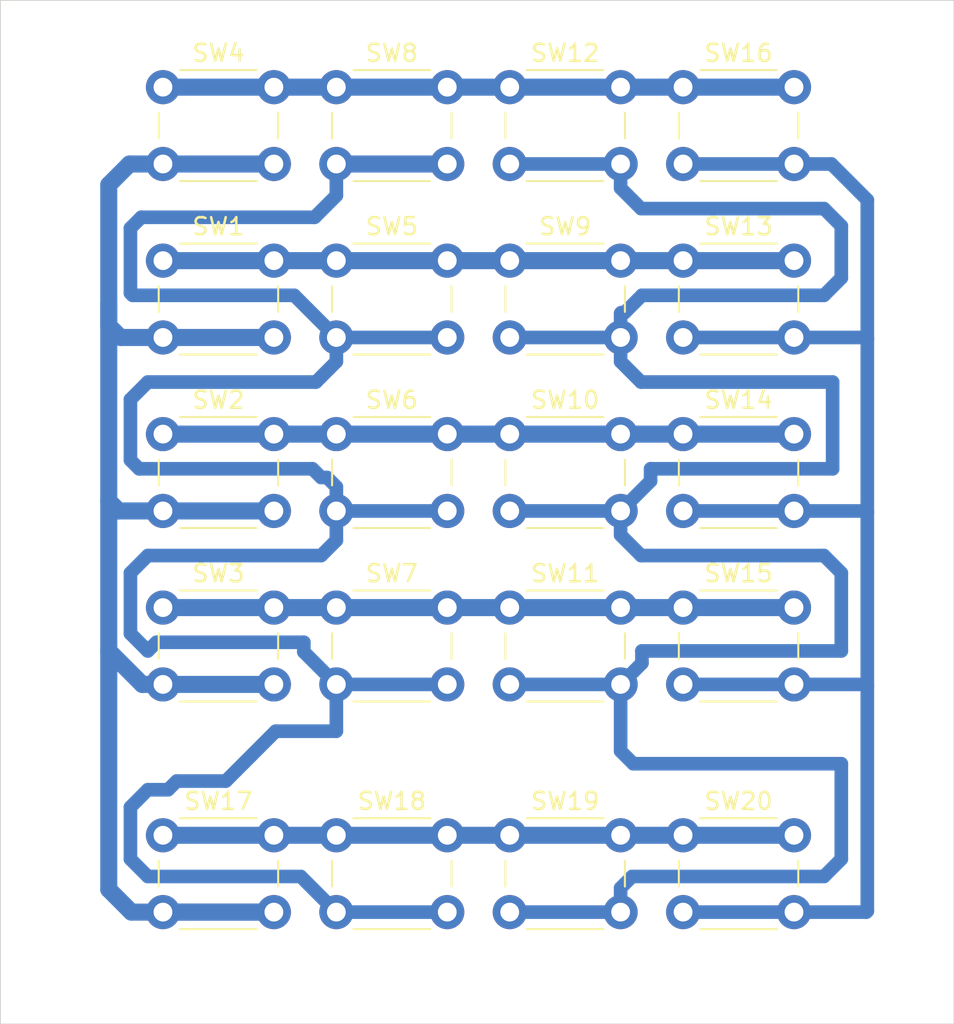
<source format=kicad_pcb>
(kicad_pcb (version 20171130) (host pcbnew "(5.1.4)-1")

  (general
    (thickness 1.6)
    (drawings 4)
    (tracks 120)
    (zones 0)
    (modules 20)
    (nets 10)
  )

  (page A4)
  (layers
    (0 F.Cu signal)
    (31 B.Cu signal)
    (32 B.Adhes user)
    (33 F.Adhes user)
    (34 B.Paste user)
    (35 F.Paste user)
    (36 B.SilkS user)
    (37 F.SilkS user)
    (38 B.Mask user)
    (39 F.Mask user)
    (40 Dwgs.User user)
    (41 Cmts.User user)
    (42 Eco1.User user)
    (43 Eco2.User user)
    (44 Edge.Cuts user)
    (45 Margin user)
    (46 B.CrtYd user)
    (47 F.CrtYd user)
    (48 B.Fab user)
    (49 F.Fab user)
  )

  (setup
    (last_trace_width 1)
    (trace_clearance 0.2)
    (zone_clearance 0.508)
    (zone_45_only no)
    (trace_min 0.2)
    (via_size 0.8)
    (via_drill 0.4)
    (via_min_size 0.4)
    (via_min_drill 0.3)
    (uvia_size 0.3)
    (uvia_drill 0.1)
    (uvias_allowed no)
    (uvia_min_size 0.2)
    (uvia_min_drill 0.1)
    (edge_width 0.05)
    (segment_width 0.2)
    (pcb_text_width 0.3)
    (pcb_text_size 1.5 1.5)
    (mod_edge_width 0.12)
    (mod_text_size 1 1)
    (mod_text_width 0.15)
    (pad_size 1.524 1.524)
    (pad_drill 0.762)
    (pad_to_mask_clearance 0.051)
    (solder_mask_min_width 0.25)
    (aux_axis_origin 0 0)
    (visible_elements FFFFFF7F)
    (pcbplotparams
      (layerselection 0x010fc_ffffffff)
      (usegerberextensions false)
      (usegerberattributes false)
      (usegerberadvancedattributes false)
      (creategerberjobfile false)
      (excludeedgelayer true)
      (linewidth 0.100000)
      (plotframeref false)
      (viasonmask false)
      (mode 1)
      (useauxorigin false)
      (hpglpennumber 1)
      (hpglpenspeed 20)
      (hpglpendiameter 15.000000)
      (psnegative false)
      (psa4output false)
      (plotreference true)
      (plotvalue true)
      (plotinvisibletext false)
      (padsonsilk false)
      (subtractmaskfromsilk false)
      (outputformat 1)
      (mirror false)
      (drillshape 1)
      (scaleselection 1)
      (outputdirectory ""))
  )

  (net 0 "")
  (net 1 "Net-(SW1-Pad1)")
  (net 2 "Net-(SW1-Pad2)")
  (net 3 "Net-(SW10-Pad1)")
  (net 4 "Net-(SW11-Pad1)")
  (net 5 "Net-(SW12-Pad1)")
  (net 6 "Net-(SW10-Pad2)")
  (net 7 "Net-(SW13-Pad2)")
  (net 8 "Net-(SW18-Pad2)")
  (net 9 "Net-(SW17-Pad1)")

  (net_class Default "Esta es la clase de red por defecto."
    (clearance 0.2)
    (trace_width 1)
    (via_dia 0.8)
    (via_drill 0.4)
    (uvia_dia 0.3)
    (uvia_drill 0.1)
    (add_net "Net-(SW1-Pad1)")
    (add_net "Net-(SW1-Pad2)")
    (add_net "Net-(SW10-Pad1)")
    (add_net "Net-(SW10-Pad2)")
    (add_net "Net-(SW11-Pad1)")
    (add_net "Net-(SW12-Pad1)")
    (add_net "Net-(SW13-Pad2)")
    (add_net "Net-(SW17-Pad1)")
    (add_net "Net-(SW18-Pad2)")
  )

  (module Button_Switch_THT:SW_PUSH_6mm (layer F.Cu) (tedit 5A02FE31) (tstamp 5DAD6894)
    (at 141.605 112.395)
    (descr https://www.omron.com/ecb/products/pdf/en-b3f.pdf)
    (tags "tact sw push 6mm")
    (path /5DAE1A47)
    (fp_text reference SW20 (at 3.25 -2) (layer F.SilkS)
      (effects (font (size 1 1) (thickness 0.15)))
    )
    (fp_text value SW_Push_45deg (at 3.75 6.7) (layer F.Fab)
      (effects (font (size 1 1) (thickness 0.15)))
    )
    (fp_circle (center 3.25 2.25) (end 1.25 2.5) (layer F.Fab) (width 0.1))
    (fp_line (start 6.75 3) (end 6.75 1.5) (layer F.SilkS) (width 0.12))
    (fp_line (start 5.5 -1) (end 1 -1) (layer F.SilkS) (width 0.12))
    (fp_line (start -0.25 1.5) (end -0.25 3) (layer F.SilkS) (width 0.12))
    (fp_line (start 1 5.5) (end 5.5 5.5) (layer F.SilkS) (width 0.12))
    (fp_line (start 8 -1.25) (end 8 5.75) (layer F.CrtYd) (width 0.05))
    (fp_line (start 7.75 6) (end -1.25 6) (layer F.CrtYd) (width 0.05))
    (fp_line (start -1.5 5.75) (end -1.5 -1.25) (layer F.CrtYd) (width 0.05))
    (fp_line (start -1.25 -1.5) (end 7.75 -1.5) (layer F.CrtYd) (width 0.05))
    (fp_line (start -1.5 6) (end -1.25 6) (layer F.CrtYd) (width 0.05))
    (fp_line (start -1.5 5.75) (end -1.5 6) (layer F.CrtYd) (width 0.05))
    (fp_line (start -1.5 -1.5) (end -1.25 -1.5) (layer F.CrtYd) (width 0.05))
    (fp_line (start -1.5 -1.25) (end -1.5 -1.5) (layer F.CrtYd) (width 0.05))
    (fp_line (start 8 -1.5) (end 8 -1.25) (layer F.CrtYd) (width 0.05))
    (fp_line (start 7.75 -1.5) (end 8 -1.5) (layer F.CrtYd) (width 0.05))
    (fp_line (start 8 6) (end 8 5.75) (layer F.CrtYd) (width 0.05))
    (fp_line (start 7.75 6) (end 8 6) (layer F.CrtYd) (width 0.05))
    (fp_line (start 0.25 -0.75) (end 3.25 -0.75) (layer F.Fab) (width 0.1))
    (fp_line (start 0.25 5.25) (end 0.25 -0.75) (layer F.Fab) (width 0.1))
    (fp_line (start 6.25 5.25) (end 0.25 5.25) (layer F.Fab) (width 0.1))
    (fp_line (start 6.25 -0.75) (end 6.25 5.25) (layer F.Fab) (width 0.1))
    (fp_line (start 3.25 -0.75) (end 6.25 -0.75) (layer F.Fab) (width 0.1))
    (fp_text user %R (at 3.25 2.25) (layer F.Fab)
      (effects (font (size 1 1) (thickness 0.15)))
    )
    (pad 1 thru_hole circle (at 6.5 0 90) (size 2 2) (drill 1.1) (layers *.Cu *.Mask)
      (net 9 "Net-(SW17-Pad1)"))
    (pad 2 thru_hole circle (at 6.5 4.5 90) (size 2 2) (drill 1.1) (layers *.Cu *.Mask)
      (net 7 "Net-(SW13-Pad2)"))
    (pad 1 thru_hole circle (at 0 0 90) (size 2 2) (drill 1.1) (layers *.Cu *.Mask)
      (net 9 "Net-(SW17-Pad1)"))
    (pad 2 thru_hole circle (at 0 4.5 90) (size 2 2) (drill 1.1) (layers *.Cu *.Mask)
      (net 7 "Net-(SW13-Pad2)"))
    (model ${KISYS3DMOD}/Button_Switch_THT.3dshapes/SW_PUSH_6mm.wrl
      (at (xyz 0 0 0))
      (scale (xyz 1 1 1))
      (rotate (xyz 0 0 0))
    )
  )

  (module Button_Switch_THT:SW_PUSH_6mm (layer F.Cu) (tedit 5A02FE31) (tstamp 5DAD6875)
    (at 131.445 112.395)
    (descr https://www.omron.com/ecb/products/pdf/en-b3f.pdf)
    (tags "tact sw push 6mm")
    (path /5DAE1A3D)
    (fp_text reference SW19 (at 3.25 -2) (layer F.SilkS)
      (effects (font (size 1 1) (thickness 0.15)))
    )
    (fp_text value SW_Push_45deg (at 3.75 6.7) (layer F.Fab)
      (effects (font (size 1 1) (thickness 0.15)))
    )
    (fp_circle (center 3.25 2.25) (end 1.25 2.5) (layer F.Fab) (width 0.1))
    (fp_line (start 6.75 3) (end 6.75 1.5) (layer F.SilkS) (width 0.12))
    (fp_line (start 5.5 -1) (end 1 -1) (layer F.SilkS) (width 0.12))
    (fp_line (start -0.25 1.5) (end -0.25 3) (layer F.SilkS) (width 0.12))
    (fp_line (start 1 5.5) (end 5.5 5.5) (layer F.SilkS) (width 0.12))
    (fp_line (start 8 -1.25) (end 8 5.75) (layer F.CrtYd) (width 0.05))
    (fp_line (start 7.75 6) (end -1.25 6) (layer F.CrtYd) (width 0.05))
    (fp_line (start -1.5 5.75) (end -1.5 -1.25) (layer F.CrtYd) (width 0.05))
    (fp_line (start -1.25 -1.5) (end 7.75 -1.5) (layer F.CrtYd) (width 0.05))
    (fp_line (start -1.5 6) (end -1.25 6) (layer F.CrtYd) (width 0.05))
    (fp_line (start -1.5 5.75) (end -1.5 6) (layer F.CrtYd) (width 0.05))
    (fp_line (start -1.5 -1.5) (end -1.25 -1.5) (layer F.CrtYd) (width 0.05))
    (fp_line (start -1.5 -1.25) (end -1.5 -1.5) (layer F.CrtYd) (width 0.05))
    (fp_line (start 8 -1.5) (end 8 -1.25) (layer F.CrtYd) (width 0.05))
    (fp_line (start 7.75 -1.5) (end 8 -1.5) (layer F.CrtYd) (width 0.05))
    (fp_line (start 8 6) (end 8 5.75) (layer F.CrtYd) (width 0.05))
    (fp_line (start 7.75 6) (end 8 6) (layer F.CrtYd) (width 0.05))
    (fp_line (start 0.25 -0.75) (end 3.25 -0.75) (layer F.Fab) (width 0.1))
    (fp_line (start 0.25 5.25) (end 0.25 -0.75) (layer F.Fab) (width 0.1))
    (fp_line (start 6.25 5.25) (end 0.25 5.25) (layer F.Fab) (width 0.1))
    (fp_line (start 6.25 -0.75) (end 6.25 5.25) (layer F.Fab) (width 0.1))
    (fp_line (start 3.25 -0.75) (end 6.25 -0.75) (layer F.Fab) (width 0.1))
    (fp_text user %R (at 3.25 2.25) (layer F.Fab)
      (effects (font (size 1 1) (thickness 0.15)))
    )
    (pad 1 thru_hole circle (at 6.5 0 90) (size 2 2) (drill 1.1) (layers *.Cu *.Mask)
      (net 9 "Net-(SW17-Pad1)"))
    (pad 2 thru_hole circle (at 6.5 4.5 90) (size 2 2) (drill 1.1) (layers *.Cu *.Mask)
      (net 6 "Net-(SW10-Pad2)"))
    (pad 1 thru_hole circle (at 0 0 90) (size 2 2) (drill 1.1) (layers *.Cu *.Mask)
      (net 9 "Net-(SW17-Pad1)"))
    (pad 2 thru_hole circle (at 0 4.5 90) (size 2 2) (drill 1.1) (layers *.Cu *.Mask)
      (net 6 "Net-(SW10-Pad2)"))
    (model ${KISYS3DMOD}/Button_Switch_THT.3dshapes/SW_PUSH_6mm.wrl
      (at (xyz 0 0 0))
      (scale (xyz 1 1 1))
      (rotate (xyz 0 0 0))
    )
  )

  (module Button_Switch_THT:SW_PUSH_6mm (layer F.Cu) (tedit 5A02FE31) (tstamp 5DAD6856)
    (at 121.285 112.395)
    (descr https://www.omron.com/ecb/products/pdf/en-b3f.pdf)
    (tags "tact sw push 6mm")
    (path /5DAE1A33)
    (fp_text reference SW18 (at 3.25 -2) (layer F.SilkS)
      (effects (font (size 1 1) (thickness 0.15)))
    )
    (fp_text value SW_Push_45deg (at 3.75 6.7) (layer F.Fab)
      (effects (font (size 1 1) (thickness 0.15)))
    )
    (fp_circle (center 3.25 2.25) (end 1.25 2.5) (layer F.Fab) (width 0.1))
    (fp_line (start 6.75 3) (end 6.75 1.5) (layer F.SilkS) (width 0.12))
    (fp_line (start 5.5 -1) (end 1 -1) (layer F.SilkS) (width 0.12))
    (fp_line (start -0.25 1.5) (end -0.25 3) (layer F.SilkS) (width 0.12))
    (fp_line (start 1 5.5) (end 5.5 5.5) (layer F.SilkS) (width 0.12))
    (fp_line (start 8 -1.25) (end 8 5.75) (layer F.CrtYd) (width 0.05))
    (fp_line (start 7.75 6) (end -1.25 6) (layer F.CrtYd) (width 0.05))
    (fp_line (start -1.5 5.75) (end -1.5 -1.25) (layer F.CrtYd) (width 0.05))
    (fp_line (start -1.25 -1.5) (end 7.75 -1.5) (layer F.CrtYd) (width 0.05))
    (fp_line (start -1.5 6) (end -1.25 6) (layer F.CrtYd) (width 0.05))
    (fp_line (start -1.5 5.75) (end -1.5 6) (layer F.CrtYd) (width 0.05))
    (fp_line (start -1.5 -1.5) (end -1.25 -1.5) (layer F.CrtYd) (width 0.05))
    (fp_line (start -1.5 -1.25) (end -1.5 -1.5) (layer F.CrtYd) (width 0.05))
    (fp_line (start 8 -1.5) (end 8 -1.25) (layer F.CrtYd) (width 0.05))
    (fp_line (start 7.75 -1.5) (end 8 -1.5) (layer F.CrtYd) (width 0.05))
    (fp_line (start 8 6) (end 8 5.75) (layer F.CrtYd) (width 0.05))
    (fp_line (start 7.75 6) (end 8 6) (layer F.CrtYd) (width 0.05))
    (fp_line (start 0.25 -0.75) (end 3.25 -0.75) (layer F.Fab) (width 0.1))
    (fp_line (start 0.25 5.25) (end 0.25 -0.75) (layer F.Fab) (width 0.1))
    (fp_line (start 6.25 5.25) (end 0.25 5.25) (layer F.Fab) (width 0.1))
    (fp_line (start 6.25 -0.75) (end 6.25 5.25) (layer F.Fab) (width 0.1))
    (fp_line (start 3.25 -0.75) (end 6.25 -0.75) (layer F.Fab) (width 0.1))
    (fp_text user %R (at 3.25 2.25) (layer F.Fab)
      (effects (font (size 1 1) (thickness 0.15)))
    )
    (pad 1 thru_hole circle (at 6.5 0 90) (size 2 2) (drill 1.1) (layers *.Cu *.Mask)
      (net 9 "Net-(SW17-Pad1)"))
    (pad 2 thru_hole circle (at 6.5 4.5 90) (size 2 2) (drill 1.1) (layers *.Cu *.Mask)
      (net 8 "Net-(SW18-Pad2)"))
    (pad 1 thru_hole circle (at 0 0 90) (size 2 2) (drill 1.1) (layers *.Cu *.Mask)
      (net 9 "Net-(SW17-Pad1)"))
    (pad 2 thru_hole circle (at 0 4.5 90) (size 2 2) (drill 1.1) (layers *.Cu *.Mask)
      (net 8 "Net-(SW18-Pad2)"))
    (model ${KISYS3DMOD}/Button_Switch_THT.3dshapes/SW_PUSH_6mm.wrl
      (at (xyz 0 0 0))
      (scale (xyz 1 1 1))
      (rotate (xyz 0 0 0))
    )
  )

  (module Button_Switch_THT:SW_PUSH_6mm (layer F.Cu) (tedit 5A02FE31) (tstamp 5DAD6837)
    (at 111.125 112.395)
    (descr https://www.omron.com/ecb/products/pdf/en-b3f.pdf)
    (tags "tact sw push 6mm")
    (path /5DAE1A29)
    (fp_text reference SW17 (at 3.25 -2) (layer F.SilkS)
      (effects (font (size 1 1) (thickness 0.15)))
    )
    (fp_text value SW_Push_45deg (at 3.75 6.7) (layer F.Fab)
      (effects (font (size 1 1) (thickness 0.15)))
    )
    (fp_circle (center 3.25 2.25) (end 1.25 2.5) (layer F.Fab) (width 0.1))
    (fp_line (start 6.75 3) (end 6.75 1.5) (layer F.SilkS) (width 0.12))
    (fp_line (start 5.5 -1) (end 1 -1) (layer F.SilkS) (width 0.12))
    (fp_line (start -0.25 1.5) (end -0.25 3) (layer F.SilkS) (width 0.12))
    (fp_line (start 1 5.5) (end 5.5 5.5) (layer F.SilkS) (width 0.12))
    (fp_line (start 8 -1.25) (end 8 5.75) (layer F.CrtYd) (width 0.05))
    (fp_line (start 7.75 6) (end -1.25 6) (layer F.CrtYd) (width 0.05))
    (fp_line (start -1.5 5.75) (end -1.5 -1.25) (layer F.CrtYd) (width 0.05))
    (fp_line (start -1.25 -1.5) (end 7.75 -1.5) (layer F.CrtYd) (width 0.05))
    (fp_line (start -1.5 6) (end -1.25 6) (layer F.CrtYd) (width 0.05))
    (fp_line (start -1.5 5.75) (end -1.5 6) (layer F.CrtYd) (width 0.05))
    (fp_line (start -1.5 -1.5) (end -1.25 -1.5) (layer F.CrtYd) (width 0.05))
    (fp_line (start -1.5 -1.25) (end -1.5 -1.5) (layer F.CrtYd) (width 0.05))
    (fp_line (start 8 -1.5) (end 8 -1.25) (layer F.CrtYd) (width 0.05))
    (fp_line (start 7.75 -1.5) (end 8 -1.5) (layer F.CrtYd) (width 0.05))
    (fp_line (start 8 6) (end 8 5.75) (layer F.CrtYd) (width 0.05))
    (fp_line (start 7.75 6) (end 8 6) (layer F.CrtYd) (width 0.05))
    (fp_line (start 0.25 -0.75) (end 3.25 -0.75) (layer F.Fab) (width 0.1))
    (fp_line (start 0.25 5.25) (end 0.25 -0.75) (layer F.Fab) (width 0.1))
    (fp_line (start 6.25 5.25) (end 0.25 5.25) (layer F.Fab) (width 0.1))
    (fp_line (start 6.25 -0.75) (end 6.25 5.25) (layer F.Fab) (width 0.1))
    (fp_line (start 3.25 -0.75) (end 6.25 -0.75) (layer F.Fab) (width 0.1))
    (fp_text user %R (at 3.25 2.25) (layer F.Fab)
      (effects (font (size 1 1) (thickness 0.15)))
    )
    (pad 1 thru_hole circle (at 6.5 0 90) (size 2 2) (drill 1.1) (layers *.Cu *.Mask)
      (net 9 "Net-(SW17-Pad1)"))
    (pad 2 thru_hole circle (at 6.5 4.5 90) (size 2 2) (drill 1.1) (layers *.Cu *.Mask)
      (net 2 "Net-(SW1-Pad2)"))
    (pad 1 thru_hole circle (at 0 0 90) (size 2 2) (drill 1.1) (layers *.Cu *.Mask)
      (net 9 "Net-(SW17-Pad1)"))
    (pad 2 thru_hole circle (at 0 4.5 90) (size 2 2) (drill 1.1) (layers *.Cu *.Mask)
      (net 2 "Net-(SW1-Pad2)"))
    (model ${KISYS3DMOD}/Button_Switch_THT.3dshapes/SW_PUSH_6mm.wrl
      (at (xyz 0 0 0))
      (scale (xyz 1 1 1))
      (rotate (xyz 0 0 0))
    )
  )

  (module Button_Switch_THT:SW_PUSH_6mm (layer F.Cu) (tedit 5A02FE31) (tstamp 5DAD1D2A)
    (at 141.605 68.58)
    (descr https://www.omron.com/ecb/products/pdf/en-b3f.pdf)
    (tags "tact sw push 6mm")
    (path /5DAD32D9)
    (fp_text reference SW16 (at 3.25 -2) (layer F.SilkS)
      (effects (font (size 1 1) (thickness 0.15)))
    )
    (fp_text value SW_Push_45deg (at 3.75 6.7) (layer F.Fab)
      (effects (font (size 1 1) (thickness 0.15)))
    )
    (fp_circle (center 3.25 2.25) (end 1.25 2.5) (layer F.Fab) (width 0.1))
    (fp_line (start 6.75 3) (end 6.75 1.5) (layer F.SilkS) (width 0.12))
    (fp_line (start 5.5 -1) (end 1 -1) (layer F.SilkS) (width 0.12))
    (fp_line (start -0.25 1.5) (end -0.25 3) (layer F.SilkS) (width 0.12))
    (fp_line (start 1 5.5) (end 5.5 5.5) (layer F.SilkS) (width 0.12))
    (fp_line (start 8 -1.25) (end 8 5.75) (layer F.CrtYd) (width 0.05))
    (fp_line (start 7.75 6) (end -1.25 6) (layer F.CrtYd) (width 0.05))
    (fp_line (start -1.5 5.75) (end -1.5 -1.25) (layer F.CrtYd) (width 0.05))
    (fp_line (start -1.25 -1.5) (end 7.75 -1.5) (layer F.CrtYd) (width 0.05))
    (fp_line (start -1.5 6) (end -1.25 6) (layer F.CrtYd) (width 0.05))
    (fp_line (start -1.5 5.75) (end -1.5 6) (layer F.CrtYd) (width 0.05))
    (fp_line (start -1.5 -1.5) (end -1.25 -1.5) (layer F.CrtYd) (width 0.05))
    (fp_line (start -1.5 -1.25) (end -1.5 -1.5) (layer F.CrtYd) (width 0.05))
    (fp_line (start 8 -1.5) (end 8 -1.25) (layer F.CrtYd) (width 0.05))
    (fp_line (start 7.75 -1.5) (end 8 -1.5) (layer F.CrtYd) (width 0.05))
    (fp_line (start 8 6) (end 8 5.75) (layer F.CrtYd) (width 0.05))
    (fp_line (start 7.75 6) (end 8 6) (layer F.CrtYd) (width 0.05))
    (fp_line (start 0.25 -0.75) (end 3.25 -0.75) (layer F.Fab) (width 0.1))
    (fp_line (start 0.25 5.25) (end 0.25 -0.75) (layer F.Fab) (width 0.1))
    (fp_line (start 6.25 5.25) (end 0.25 5.25) (layer F.Fab) (width 0.1))
    (fp_line (start 6.25 -0.75) (end 6.25 5.25) (layer F.Fab) (width 0.1))
    (fp_line (start 3.25 -0.75) (end 6.25 -0.75) (layer F.Fab) (width 0.1))
    (fp_text user %R (at 3.25 2.25) (layer F.Fab)
      (effects (font (size 1 1) (thickness 0.15)))
    )
    (pad 1 thru_hole circle (at 6.5 0 90) (size 2 2) (drill 1.1) (layers *.Cu *.Mask)
      (net 5 "Net-(SW12-Pad1)"))
    (pad 2 thru_hole circle (at 6.5 4.5 90) (size 2 2) (drill 1.1) (layers *.Cu *.Mask)
      (net 7 "Net-(SW13-Pad2)"))
    (pad 1 thru_hole circle (at 0 0 90) (size 2 2) (drill 1.1) (layers *.Cu *.Mask)
      (net 5 "Net-(SW12-Pad1)"))
    (pad 2 thru_hole circle (at 0 4.5 90) (size 2 2) (drill 1.1) (layers *.Cu *.Mask)
      (net 7 "Net-(SW13-Pad2)"))
    (model ${KISYS3DMOD}/Button_Switch_THT.3dshapes/SW_PUSH_6mm.wrl
      (at (xyz 0 0 0))
      (scale (xyz 1 1 1))
      (rotate (xyz 0 0 0))
    )
  )

  (module Button_Switch_THT:SW_PUSH_6mm (layer F.Cu) (tedit 5A02FE31) (tstamp 5DAD1D0B)
    (at 141.605 99.06)
    (descr https://www.omron.com/ecb/products/pdf/en-b3f.pdf)
    (tags "tact sw push 6mm")
    (path /5DAD32F7)
    (fp_text reference SW15 (at 3.25 -2) (layer F.SilkS)
      (effects (font (size 1 1) (thickness 0.15)))
    )
    (fp_text value SW_Push_45deg (at 3.75 6.7) (layer F.Fab)
      (effects (font (size 1 1) (thickness 0.15)))
    )
    (fp_circle (center 3.25 2.25) (end 1.25 2.5) (layer F.Fab) (width 0.1))
    (fp_line (start 6.75 3) (end 6.75 1.5) (layer F.SilkS) (width 0.12))
    (fp_line (start 5.5 -1) (end 1 -1) (layer F.SilkS) (width 0.12))
    (fp_line (start -0.25 1.5) (end -0.25 3) (layer F.SilkS) (width 0.12))
    (fp_line (start 1 5.5) (end 5.5 5.5) (layer F.SilkS) (width 0.12))
    (fp_line (start 8 -1.25) (end 8 5.75) (layer F.CrtYd) (width 0.05))
    (fp_line (start 7.75 6) (end -1.25 6) (layer F.CrtYd) (width 0.05))
    (fp_line (start -1.5 5.75) (end -1.5 -1.25) (layer F.CrtYd) (width 0.05))
    (fp_line (start -1.25 -1.5) (end 7.75 -1.5) (layer F.CrtYd) (width 0.05))
    (fp_line (start -1.5 6) (end -1.25 6) (layer F.CrtYd) (width 0.05))
    (fp_line (start -1.5 5.75) (end -1.5 6) (layer F.CrtYd) (width 0.05))
    (fp_line (start -1.5 -1.5) (end -1.25 -1.5) (layer F.CrtYd) (width 0.05))
    (fp_line (start -1.5 -1.25) (end -1.5 -1.5) (layer F.CrtYd) (width 0.05))
    (fp_line (start 8 -1.5) (end 8 -1.25) (layer F.CrtYd) (width 0.05))
    (fp_line (start 7.75 -1.5) (end 8 -1.5) (layer F.CrtYd) (width 0.05))
    (fp_line (start 8 6) (end 8 5.75) (layer F.CrtYd) (width 0.05))
    (fp_line (start 7.75 6) (end 8 6) (layer F.CrtYd) (width 0.05))
    (fp_line (start 0.25 -0.75) (end 3.25 -0.75) (layer F.Fab) (width 0.1))
    (fp_line (start 0.25 5.25) (end 0.25 -0.75) (layer F.Fab) (width 0.1))
    (fp_line (start 6.25 5.25) (end 0.25 5.25) (layer F.Fab) (width 0.1))
    (fp_line (start 6.25 -0.75) (end 6.25 5.25) (layer F.Fab) (width 0.1))
    (fp_line (start 3.25 -0.75) (end 6.25 -0.75) (layer F.Fab) (width 0.1))
    (fp_text user %R (at 3.25 2.25) (layer F.Fab)
      (effects (font (size 1 1) (thickness 0.15)))
    )
    (pad 1 thru_hole circle (at 6.5 0 90) (size 2 2) (drill 1.1) (layers *.Cu *.Mask)
      (net 4 "Net-(SW11-Pad1)"))
    (pad 2 thru_hole circle (at 6.5 4.5 90) (size 2 2) (drill 1.1) (layers *.Cu *.Mask)
      (net 7 "Net-(SW13-Pad2)"))
    (pad 1 thru_hole circle (at 0 0 90) (size 2 2) (drill 1.1) (layers *.Cu *.Mask)
      (net 4 "Net-(SW11-Pad1)"))
    (pad 2 thru_hole circle (at 0 4.5 90) (size 2 2) (drill 1.1) (layers *.Cu *.Mask)
      (net 7 "Net-(SW13-Pad2)"))
    (model ${KISYS3DMOD}/Button_Switch_THT.3dshapes/SW_PUSH_6mm.wrl
      (at (xyz 0 0 0))
      (scale (xyz 1 1 1))
      (rotate (xyz 0 0 0))
    )
  )

  (module Button_Switch_THT:SW_PUSH_6mm (layer F.Cu) (tedit 5A02FE31) (tstamp 5DAD1F67)
    (at 141.605 88.9)
    (descr https://www.omron.com/ecb/products/pdf/en-b3f.pdf)
    (tags "tact sw push 6mm")
    (path /5DAD32ED)
    (fp_text reference SW14 (at 3.25 -2) (layer F.SilkS)
      (effects (font (size 1 1) (thickness 0.15)))
    )
    (fp_text value SW_Push_45deg (at 3.75 6.7) (layer F.Fab)
      (effects (font (size 1 1) (thickness 0.15)))
    )
    (fp_circle (center 3.25 2.25) (end 1.25 2.5) (layer F.Fab) (width 0.1))
    (fp_line (start 6.75 3) (end 6.75 1.5) (layer F.SilkS) (width 0.12))
    (fp_line (start 5.5 -1) (end 1 -1) (layer F.SilkS) (width 0.12))
    (fp_line (start -0.25 1.5) (end -0.25 3) (layer F.SilkS) (width 0.12))
    (fp_line (start 1 5.5) (end 5.5 5.5) (layer F.SilkS) (width 0.12))
    (fp_line (start 8 -1.25) (end 8 5.75) (layer F.CrtYd) (width 0.05))
    (fp_line (start 7.75 6) (end -1.25 6) (layer F.CrtYd) (width 0.05))
    (fp_line (start -1.5 5.75) (end -1.5 -1.25) (layer F.CrtYd) (width 0.05))
    (fp_line (start -1.25 -1.5) (end 7.75 -1.5) (layer F.CrtYd) (width 0.05))
    (fp_line (start -1.5 6) (end -1.25 6) (layer F.CrtYd) (width 0.05))
    (fp_line (start -1.5 5.75) (end -1.5 6) (layer F.CrtYd) (width 0.05))
    (fp_line (start -1.5 -1.5) (end -1.25 -1.5) (layer F.CrtYd) (width 0.05))
    (fp_line (start -1.5 -1.25) (end -1.5 -1.5) (layer F.CrtYd) (width 0.05))
    (fp_line (start 8 -1.5) (end 8 -1.25) (layer F.CrtYd) (width 0.05))
    (fp_line (start 7.75 -1.5) (end 8 -1.5) (layer F.CrtYd) (width 0.05))
    (fp_line (start 8 6) (end 8 5.75) (layer F.CrtYd) (width 0.05))
    (fp_line (start 7.75 6) (end 8 6) (layer F.CrtYd) (width 0.05))
    (fp_line (start 0.25 -0.75) (end 3.25 -0.75) (layer F.Fab) (width 0.1))
    (fp_line (start 0.25 5.25) (end 0.25 -0.75) (layer F.Fab) (width 0.1))
    (fp_line (start 6.25 5.25) (end 0.25 5.25) (layer F.Fab) (width 0.1))
    (fp_line (start 6.25 -0.75) (end 6.25 5.25) (layer F.Fab) (width 0.1))
    (fp_line (start 3.25 -0.75) (end 6.25 -0.75) (layer F.Fab) (width 0.1))
    (fp_text user %R (at 3.25 2.25) (layer F.Fab)
      (effects (font (size 1 1) (thickness 0.15)))
    )
    (pad 1 thru_hole circle (at 6.5 0 90) (size 2 2) (drill 1.1) (layers *.Cu *.Mask)
      (net 3 "Net-(SW10-Pad1)"))
    (pad 2 thru_hole circle (at 6.5 4.5 90) (size 2 2) (drill 1.1) (layers *.Cu *.Mask)
      (net 7 "Net-(SW13-Pad2)"))
    (pad 1 thru_hole circle (at 0 0 90) (size 2 2) (drill 1.1) (layers *.Cu *.Mask)
      (net 3 "Net-(SW10-Pad1)"))
    (pad 2 thru_hole circle (at 0 4.5 90) (size 2 2) (drill 1.1) (layers *.Cu *.Mask)
      (net 7 "Net-(SW13-Pad2)"))
    (model ${KISYS3DMOD}/Button_Switch_THT.3dshapes/SW_PUSH_6mm.wrl
      (at (xyz 0 0 0))
      (scale (xyz 1 1 1))
      (rotate (xyz 0 0 0))
    )
  )

  (module Button_Switch_THT:SW_PUSH_6mm (layer F.Cu) (tedit 5A02FE31) (tstamp 5DAD1CCD)
    (at 141.605 78.74)
    (descr https://www.omron.com/ecb/products/pdf/en-b3f.pdf)
    (tags "tact sw push 6mm")
    (path /5DAD32E3)
    (fp_text reference SW13 (at 3.25 -2) (layer F.SilkS)
      (effects (font (size 1 1) (thickness 0.15)))
    )
    (fp_text value SW_Push_45deg (at 3.75 6.7) (layer F.Fab)
      (effects (font (size 1 1) (thickness 0.15)))
    )
    (fp_circle (center 3.25 2.25) (end 1.25 2.5) (layer F.Fab) (width 0.1))
    (fp_line (start 6.75 3) (end 6.75 1.5) (layer F.SilkS) (width 0.12))
    (fp_line (start 5.5 -1) (end 1 -1) (layer F.SilkS) (width 0.12))
    (fp_line (start -0.25 1.5) (end -0.25 3) (layer F.SilkS) (width 0.12))
    (fp_line (start 1 5.5) (end 5.5 5.5) (layer F.SilkS) (width 0.12))
    (fp_line (start 8 -1.25) (end 8 5.75) (layer F.CrtYd) (width 0.05))
    (fp_line (start 7.75 6) (end -1.25 6) (layer F.CrtYd) (width 0.05))
    (fp_line (start -1.5 5.75) (end -1.5 -1.25) (layer F.CrtYd) (width 0.05))
    (fp_line (start -1.25 -1.5) (end 7.75 -1.5) (layer F.CrtYd) (width 0.05))
    (fp_line (start -1.5 6) (end -1.25 6) (layer F.CrtYd) (width 0.05))
    (fp_line (start -1.5 5.75) (end -1.5 6) (layer F.CrtYd) (width 0.05))
    (fp_line (start -1.5 -1.5) (end -1.25 -1.5) (layer F.CrtYd) (width 0.05))
    (fp_line (start -1.5 -1.25) (end -1.5 -1.5) (layer F.CrtYd) (width 0.05))
    (fp_line (start 8 -1.5) (end 8 -1.25) (layer F.CrtYd) (width 0.05))
    (fp_line (start 7.75 -1.5) (end 8 -1.5) (layer F.CrtYd) (width 0.05))
    (fp_line (start 8 6) (end 8 5.75) (layer F.CrtYd) (width 0.05))
    (fp_line (start 7.75 6) (end 8 6) (layer F.CrtYd) (width 0.05))
    (fp_line (start 0.25 -0.75) (end 3.25 -0.75) (layer F.Fab) (width 0.1))
    (fp_line (start 0.25 5.25) (end 0.25 -0.75) (layer F.Fab) (width 0.1))
    (fp_line (start 6.25 5.25) (end 0.25 5.25) (layer F.Fab) (width 0.1))
    (fp_line (start 6.25 -0.75) (end 6.25 5.25) (layer F.Fab) (width 0.1))
    (fp_line (start 3.25 -0.75) (end 6.25 -0.75) (layer F.Fab) (width 0.1))
    (fp_text user %R (at 3.25 2.25) (layer F.Fab)
      (effects (font (size 1 1) (thickness 0.15)))
    )
    (pad 1 thru_hole circle (at 6.5 0 90) (size 2 2) (drill 1.1) (layers *.Cu *.Mask)
      (net 1 "Net-(SW1-Pad1)"))
    (pad 2 thru_hole circle (at 6.5 4.5 90) (size 2 2) (drill 1.1) (layers *.Cu *.Mask)
      (net 7 "Net-(SW13-Pad2)"))
    (pad 1 thru_hole circle (at 0 0 90) (size 2 2) (drill 1.1) (layers *.Cu *.Mask)
      (net 1 "Net-(SW1-Pad1)"))
    (pad 2 thru_hole circle (at 0 4.5 90) (size 2 2) (drill 1.1) (layers *.Cu *.Mask)
      (net 7 "Net-(SW13-Pad2)"))
    (model ${KISYS3DMOD}/Button_Switch_THT.3dshapes/SW_PUSH_6mm.wrl
      (at (xyz 0 0 0))
      (scale (xyz 1 1 1))
      (rotate (xyz 0 0 0))
    )
  )

  (module Button_Switch_THT:SW_PUSH_6mm (layer F.Cu) (tedit 5A02FE31) (tstamp 5DAD1CAE)
    (at 131.445 68.58)
    (descr https://www.omron.com/ecb/products/pdf/en-b3f.pdf)
    (tags "tact sw push 6mm")
    (path /5DACE7AB)
    (fp_text reference SW12 (at 3.25 -2) (layer F.SilkS)
      (effects (font (size 1 1) (thickness 0.15)))
    )
    (fp_text value SW_Push_45deg (at 3.75 6.7) (layer F.Fab)
      (effects (font (size 1 1) (thickness 0.15)))
    )
    (fp_circle (center 3.25 2.25) (end 1.25 2.5) (layer F.Fab) (width 0.1))
    (fp_line (start 6.75 3) (end 6.75 1.5) (layer F.SilkS) (width 0.12))
    (fp_line (start 5.5 -1) (end 1 -1) (layer F.SilkS) (width 0.12))
    (fp_line (start -0.25 1.5) (end -0.25 3) (layer F.SilkS) (width 0.12))
    (fp_line (start 1 5.5) (end 5.5 5.5) (layer F.SilkS) (width 0.12))
    (fp_line (start 8 -1.25) (end 8 5.75) (layer F.CrtYd) (width 0.05))
    (fp_line (start 7.75 6) (end -1.25 6) (layer F.CrtYd) (width 0.05))
    (fp_line (start -1.5 5.75) (end -1.5 -1.25) (layer F.CrtYd) (width 0.05))
    (fp_line (start -1.25 -1.5) (end 7.75 -1.5) (layer F.CrtYd) (width 0.05))
    (fp_line (start -1.5 6) (end -1.25 6) (layer F.CrtYd) (width 0.05))
    (fp_line (start -1.5 5.75) (end -1.5 6) (layer F.CrtYd) (width 0.05))
    (fp_line (start -1.5 -1.5) (end -1.25 -1.5) (layer F.CrtYd) (width 0.05))
    (fp_line (start -1.5 -1.25) (end -1.5 -1.5) (layer F.CrtYd) (width 0.05))
    (fp_line (start 8 -1.5) (end 8 -1.25) (layer F.CrtYd) (width 0.05))
    (fp_line (start 7.75 -1.5) (end 8 -1.5) (layer F.CrtYd) (width 0.05))
    (fp_line (start 8 6) (end 8 5.75) (layer F.CrtYd) (width 0.05))
    (fp_line (start 7.75 6) (end 8 6) (layer F.CrtYd) (width 0.05))
    (fp_line (start 0.25 -0.75) (end 3.25 -0.75) (layer F.Fab) (width 0.1))
    (fp_line (start 0.25 5.25) (end 0.25 -0.75) (layer F.Fab) (width 0.1))
    (fp_line (start 6.25 5.25) (end 0.25 5.25) (layer F.Fab) (width 0.1))
    (fp_line (start 6.25 -0.75) (end 6.25 5.25) (layer F.Fab) (width 0.1))
    (fp_line (start 3.25 -0.75) (end 6.25 -0.75) (layer F.Fab) (width 0.1))
    (fp_text user %R (at 3.25 2.25) (layer F.Fab)
      (effects (font (size 1 1) (thickness 0.15)))
    )
    (pad 1 thru_hole circle (at 6.5 0 90) (size 2 2) (drill 1.1) (layers *.Cu *.Mask)
      (net 5 "Net-(SW12-Pad1)"))
    (pad 2 thru_hole circle (at 6.5 4.5 90) (size 2 2) (drill 1.1) (layers *.Cu *.Mask)
      (net 6 "Net-(SW10-Pad2)"))
    (pad 1 thru_hole circle (at 0 0 90) (size 2 2) (drill 1.1) (layers *.Cu *.Mask)
      (net 5 "Net-(SW12-Pad1)"))
    (pad 2 thru_hole circle (at 0 4.5 90) (size 2 2) (drill 1.1) (layers *.Cu *.Mask)
      (net 6 "Net-(SW10-Pad2)"))
    (model ${KISYS3DMOD}/Button_Switch_THT.3dshapes/SW_PUSH_6mm.wrl
      (at (xyz 0 0 0))
      (scale (xyz 1 1 1))
      (rotate (xyz 0 0 0))
    )
  )

  (module Button_Switch_THT:SW_PUSH_6mm (layer F.Cu) (tedit 5A02FE31) (tstamp 5DAD1C8F)
    (at 131.445 99.06)
    (descr https://www.omron.com/ecb/products/pdf/en-b3f.pdf)
    (tags "tact sw push 6mm")
    (path /5DAD17F1)
    (fp_text reference SW11 (at 3.25 -2) (layer F.SilkS)
      (effects (font (size 1 1) (thickness 0.15)))
    )
    (fp_text value SW_Push_45deg (at 3.75 6.7) (layer F.Fab)
      (effects (font (size 1 1) (thickness 0.15)))
    )
    (fp_circle (center 3.25 2.25) (end 1.25 2.5) (layer F.Fab) (width 0.1))
    (fp_line (start 6.75 3) (end 6.75 1.5) (layer F.SilkS) (width 0.12))
    (fp_line (start 5.5 -1) (end 1 -1) (layer F.SilkS) (width 0.12))
    (fp_line (start -0.25 1.5) (end -0.25 3) (layer F.SilkS) (width 0.12))
    (fp_line (start 1 5.5) (end 5.5 5.5) (layer F.SilkS) (width 0.12))
    (fp_line (start 8 -1.25) (end 8 5.75) (layer F.CrtYd) (width 0.05))
    (fp_line (start 7.75 6) (end -1.25 6) (layer F.CrtYd) (width 0.05))
    (fp_line (start -1.5 5.75) (end -1.5 -1.25) (layer F.CrtYd) (width 0.05))
    (fp_line (start -1.25 -1.5) (end 7.75 -1.5) (layer F.CrtYd) (width 0.05))
    (fp_line (start -1.5 6) (end -1.25 6) (layer F.CrtYd) (width 0.05))
    (fp_line (start -1.5 5.75) (end -1.5 6) (layer F.CrtYd) (width 0.05))
    (fp_line (start -1.5 -1.5) (end -1.25 -1.5) (layer F.CrtYd) (width 0.05))
    (fp_line (start -1.5 -1.25) (end -1.5 -1.5) (layer F.CrtYd) (width 0.05))
    (fp_line (start 8 -1.5) (end 8 -1.25) (layer F.CrtYd) (width 0.05))
    (fp_line (start 7.75 -1.5) (end 8 -1.5) (layer F.CrtYd) (width 0.05))
    (fp_line (start 8 6) (end 8 5.75) (layer F.CrtYd) (width 0.05))
    (fp_line (start 7.75 6) (end 8 6) (layer F.CrtYd) (width 0.05))
    (fp_line (start 0.25 -0.75) (end 3.25 -0.75) (layer F.Fab) (width 0.1))
    (fp_line (start 0.25 5.25) (end 0.25 -0.75) (layer F.Fab) (width 0.1))
    (fp_line (start 6.25 5.25) (end 0.25 5.25) (layer F.Fab) (width 0.1))
    (fp_line (start 6.25 -0.75) (end 6.25 5.25) (layer F.Fab) (width 0.1))
    (fp_line (start 3.25 -0.75) (end 6.25 -0.75) (layer F.Fab) (width 0.1))
    (fp_text user %R (at 3.25 2.25) (layer F.Fab)
      (effects (font (size 1 1) (thickness 0.15)))
    )
    (pad 1 thru_hole circle (at 6.5 0 90) (size 2 2) (drill 1.1) (layers *.Cu *.Mask)
      (net 4 "Net-(SW11-Pad1)"))
    (pad 2 thru_hole circle (at 6.5 4.5 90) (size 2 2) (drill 1.1) (layers *.Cu *.Mask)
      (net 6 "Net-(SW10-Pad2)"))
    (pad 1 thru_hole circle (at 0 0 90) (size 2 2) (drill 1.1) (layers *.Cu *.Mask)
      (net 4 "Net-(SW11-Pad1)"))
    (pad 2 thru_hole circle (at 0 4.5 90) (size 2 2) (drill 1.1) (layers *.Cu *.Mask)
      (net 6 "Net-(SW10-Pad2)"))
    (model ${KISYS3DMOD}/Button_Switch_THT.3dshapes/SW_PUSH_6mm.wrl
      (at (xyz 0 0 0))
      (scale (xyz 1 1 1))
      (rotate (xyz 0 0 0))
    )
  )

  (module Button_Switch_THT:SW_PUSH_6mm (layer F.Cu) (tedit 5A02FE31) (tstamp 5DAD1C70)
    (at 131.445 88.9)
    (descr https://www.omron.com/ecb/products/pdf/en-b3f.pdf)
    (tags "tact sw push 6mm")
    (path /5DAD0B1E)
    (fp_text reference SW10 (at 3.25 -2) (layer F.SilkS)
      (effects (font (size 1 1) (thickness 0.15)))
    )
    (fp_text value SW_Push_45deg (at 3.75 6.7) (layer F.Fab)
      (effects (font (size 1 1) (thickness 0.15)))
    )
    (fp_circle (center 3.25 2.25) (end 1.25 2.5) (layer F.Fab) (width 0.1))
    (fp_line (start 6.75 3) (end 6.75 1.5) (layer F.SilkS) (width 0.12))
    (fp_line (start 5.5 -1) (end 1 -1) (layer F.SilkS) (width 0.12))
    (fp_line (start -0.25 1.5) (end -0.25 3) (layer F.SilkS) (width 0.12))
    (fp_line (start 1 5.5) (end 5.5 5.5) (layer F.SilkS) (width 0.12))
    (fp_line (start 8 -1.25) (end 8 5.75) (layer F.CrtYd) (width 0.05))
    (fp_line (start 7.75 6) (end -1.25 6) (layer F.CrtYd) (width 0.05))
    (fp_line (start -1.5 5.75) (end -1.5 -1.25) (layer F.CrtYd) (width 0.05))
    (fp_line (start -1.25 -1.5) (end 7.75 -1.5) (layer F.CrtYd) (width 0.05))
    (fp_line (start -1.5 6) (end -1.25 6) (layer F.CrtYd) (width 0.05))
    (fp_line (start -1.5 5.75) (end -1.5 6) (layer F.CrtYd) (width 0.05))
    (fp_line (start -1.5 -1.5) (end -1.25 -1.5) (layer F.CrtYd) (width 0.05))
    (fp_line (start -1.5 -1.25) (end -1.5 -1.5) (layer F.CrtYd) (width 0.05))
    (fp_line (start 8 -1.5) (end 8 -1.25) (layer F.CrtYd) (width 0.05))
    (fp_line (start 7.75 -1.5) (end 8 -1.5) (layer F.CrtYd) (width 0.05))
    (fp_line (start 8 6) (end 8 5.75) (layer F.CrtYd) (width 0.05))
    (fp_line (start 7.75 6) (end 8 6) (layer F.CrtYd) (width 0.05))
    (fp_line (start 0.25 -0.75) (end 3.25 -0.75) (layer F.Fab) (width 0.1))
    (fp_line (start 0.25 5.25) (end 0.25 -0.75) (layer F.Fab) (width 0.1))
    (fp_line (start 6.25 5.25) (end 0.25 5.25) (layer F.Fab) (width 0.1))
    (fp_line (start 6.25 -0.75) (end 6.25 5.25) (layer F.Fab) (width 0.1))
    (fp_line (start 3.25 -0.75) (end 6.25 -0.75) (layer F.Fab) (width 0.1))
    (fp_text user %R (at 3.25 2.25) (layer F.Fab)
      (effects (font (size 1 1) (thickness 0.15)))
    )
    (pad 1 thru_hole circle (at 6.5 0 90) (size 2 2) (drill 1.1) (layers *.Cu *.Mask)
      (net 3 "Net-(SW10-Pad1)"))
    (pad 2 thru_hole circle (at 6.5 4.5 90) (size 2 2) (drill 1.1) (layers *.Cu *.Mask)
      (net 6 "Net-(SW10-Pad2)"))
    (pad 1 thru_hole circle (at 0 0 90) (size 2 2) (drill 1.1) (layers *.Cu *.Mask)
      (net 3 "Net-(SW10-Pad1)"))
    (pad 2 thru_hole circle (at 0 4.5 90) (size 2 2) (drill 1.1) (layers *.Cu *.Mask)
      (net 6 "Net-(SW10-Pad2)"))
    (model ${KISYS3DMOD}/Button_Switch_THT.3dshapes/SW_PUSH_6mm.wrl
      (at (xyz 0 0 0))
      (scale (xyz 1 1 1))
      (rotate (xyz 0 0 0))
    )
  )

  (module Button_Switch_THT:SW_PUSH_6mm (layer F.Cu) (tedit 5A02FE31) (tstamp 5DAD1C51)
    (at 131.445 78.74)
    (descr https://www.omron.com/ecb/products/pdf/en-b3f.pdf)
    (tags "tact sw push 6mm")
    (path /5DACF9B2)
    (fp_text reference SW9 (at 3.25 -2) (layer F.SilkS)
      (effects (font (size 1 1) (thickness 0.15)))
    )
    (fp_text value SW_Push_45deg (at 3.75 6.7) (layer F.Fab)
      (effects (font (size 1 1) (thickness 0.15)))
    )
    (fp_circle (center 3.25 2.25) (end 1.25 2.5) (layer F.Fab) (width 0.1))
    (fp_line (start 6.75 3) (end 6.75 1.5) (layer F.SilkS) (width 0.12))
    (fp_line (start 5.5 -1) (end 1 -1) (layer F.SilkS) (width 0.12))
    (fp_line (start -0.25 1.5) (end -0.25 3) (layer F.SilkS) (width 0.12))
    (fp_line (start 1 5.5) (end 5.5 5.5) (layer F.SilkS) (width 0.12))
    (fp_line (start 8 -1.25) (end 8 5.75) (layer F.CrtYd) (width 0.05))
    (fp_line (start 7.75 6) (end -1.25 6) (layer F.CrtYd) (width 0.05))
    (fp_line (start -1.5 5.75) (end -1.5 -1.25) (layer F.CrtYd) (width 0.05))
    (fp_line (start -1.25 -1.5) (end 7.75 -1.5) (layer F.CrtYd) (width 0.05))
    (fp_line (start -1.5 6) (end -1.25 6) (layer F.CrtYd) (width 0.05))
    (fp_line (start -1.5 5.75) (end -1.5 6) (layer F.CrtYd) (width 0.05))
    (fp_line (start -1.5 -1.5) (end -1.25 -1.5) (layer F.CrtYd) (width 0.05))
    (fp_line (start -1.5 -1.25) (end -1.5 -1.5) (layer F.CrtYd) (width 0.05))
    (fp_line (start 8 -1.5) (end 8 -1.25) (layer F.CrtYd) (width 0.05))
    (fp_line (start 7.75 -1.5) (end 8 -1.5) (layer F.CrtYd) (width 0.05))
    (fp_line (start 8 6) (end 8 5.75) (layer F.CrtYd) (width 0.05))
    (fp_line (start 7.75 6) (end 8 6) (layer F.CrtYd) (width 0.05))
    (fp_line (start 0.25 -0.75) (end 3.25 -0.75) (layer F.Fab) (width 0.1))
    (fp_line (start 0.25 5.25) (end 0.25 -0.75) (layer F.Fab) (width 0.1))
    (fp_line (start 6.25 5.25) (end 0.25 5.25) (layer F.Fab) (width 0.1))
    (fp_line (start 6.25 -0.75) (end 6.25 5.25) (layer F.Fab) (width 0.1))
    (fp_line (start 3.25 -0.75) (end 6.25 -0.75) (layer F.Fab) (width 0.1))
    (fp_text user %R (at 3.25 2.25) (layer F.Fab)
      (effects (font (size 1 1) (thickness 0.15)))
    )
    (pad 1 thru_hole circle (at 6.5 0 90) (size 2 2) (drill 1.1) (layers *.Cu *.Mask)
      (net 1 "Net-(SW1-Pad1)"))
    (pad 2 thru_hole circle (at 6.5 4.5 90) (size 2 2) (drill 1.1) (layers *.Cu *.Mask)
      (net 6 "Net-(SW10-Pad2)"))
    (pad 1 thru_hole circle (at 0 0 90) (size 2 2) (drill 1.1) (layers *.Cu *.Mask)
      (net 1 "Net-(SW1-Pad1)"))
    (pad 2 thru_hole circle (at 0 4.5 90) (size 2 2) (drill 1.1) (layers *.Cu *.Mask)
      (net 6 "Net-(SW10-Pad2)"))
    (model ${KISYS3DMOD}/Button_Switch_THT.3dshapes/SW_PUSH_6mm.wrl
      (at (xyz 0 0 0))
      (scale (xyz 1 1 1))
      (rotate (xyz 0 0 0))
    )
  )

  (module Button_Switch_THT:SW_PUSH_6mm (layer F.Cu) (tedit 5A02FE31) (tstamp 5DAD1C32)
    (at 121.285 68.58)
    (descr https://www.omron.com/ecb/products/pdf/en-b3f.pdf)
    (tags "tact sw push 6mm")
    (path /5DACE325)
    (fp_text reference SW8 (at 3.25 -2) (layer F.SilkS)
      (effects (font (size 1 1) (thickness 0.15)))
    )
    (fp_text value SW_Push_45deg (at 3.75 6.7) (layer F.Fab)
      (effects (font (size 1 1) (thickness 0.15)))
    )
    (fp_circle (center 3.25 2.25) (end 1.25 2.5) (layer F.Fab) (width 0.1))
    (fp_line (start 6.75 3) (end 6.75 1.5) (layer F.SilkS) (width 0.12))
    (fp_line (start 5.5 -1) (end 1 -1) (layer F.SilkS) (width 0.12))
    (fp_line (start -0.25 1.5) (end -0.25 3) (layer F.SilkS) (width 0.12))
    (fp_line (start 1 5.5) (end 5.5 5.5) (layer F.SilkS) (width 0.12))
    (fp_line (start 8 -1.25) (end 8 5.75) (layer F.CrtYd) (width 0.05))
    (fp_line (start 7.75 6) (end -1.25 6) (layer F.CrtYd) (width 0.05))
    (fp_line (start -1.5 5.75) (end -1.5 -1.25) (layer F.CrtYd) (width 0.05))
    (fp_line (start -1.25 -1.5) (end 7.75 -1.5) (layer F.CrtYd) (width 0.05))
    (fp_line (start -1.5 6) (end -1.25 6) (layer F.CrtYd) (width 0.05))
    (fp_line (start -1.5 5.75) (end -1.5 6) (layer F.CrtYd) (width 0.05))
    (fp_line (start -1.5 -1.5) (end -1.25 -1.5) (layer F.CrtYd) (width 0.05))
    (fp_line (start -1.5 -1.25) (end -1.5 -1.5) (layer F.CrtYd) (width 0.05))
    (fp_line (start 8 -1.5) (end 8 -1.25) (layer F.CrtYd) (width 0.05))
    (fp_line (start 7.75 -1.5) (end 8 -1.5) (layer F.CrtYd) (width 0.05))
    (fp_line (start 8 6) (end 8 5.75) (layer F.CrtYd) (width 0.05))
    (fp_line (start 7.75 6) (end 8 6) (layer F.CrtYd) (width 0.05))
    (fp_line (start 0.25 -0.75) (end 3.25 -0.75) (layer F.Fab) (width 0.1))
    (fp_line (start 0.25 5.25) (end 0.25 -0.75) (layer F.Fab) (width 0.1))
    (fp_line (start 6.25 5.25) (end 0.25 5.25) (layer F.Fab) (width 0.1))
    (fp_line (start 6.25 -0.75) (end 6.25 5.25) (layer F.Fab) (width 0.1))
    (fp_line (start 3.25 -0.75) (end 6.25 -0.75) (layer F.Fab) (width 0.1))
    (fp_text user %R (at 3.25 2.25) (layer F.Fab)
      (effects (font (size 1 1) (thickness 0.15)))
    )
    (pad 1 thru_hole circle (at 6.5 0 90) (size 2 2) (drill 1.1) (layers *.Cu *.Mask)
      (net 5 "Net-(SW12-Pad1)"))
    (pad 2 thru_hole circle (at 6.5 4.5 90) (size 2 2) (drill 1.1) (layers *.Cu *.Mask)
      (net 8 "Net-(SW18-Pad2)"))
    (pad 1 thru_hole circle (at 0 0 90) (size 2 2) (drill 1.1) (layers *.Cu *.Mask)
      (net 5 "Net-(SW12-Pad1)"))
    (pad 2 thru_hole circle (at 0 4.5 90) (size 2 2) (drill 1.1) (layers *.Cu *.Mask)
      (net 8 "Net-(SW18-Pad2)"))
    (model ${KISYS3DMOD}/Button_Switch_THT.3dshapes/SW_PUSH_6mm.wrl
      (at (xyz 0 0 0))
      (scale (xyz 1 1 1))
      (rotate (xyz 0 0 0))
    )
  )

  (module Button_Switch_THT:SW_PUSH_6mm (layer F.Cu) (tedit 5A02FE31) (tstamp 5DAD1C13)
    (at 121.285 99.06)
    (descr https://www.omron.com/ecb/products/pdf/en-b3f.pdf)
    (tags "tact sw push 6mm")
    (path /5DAD14B4)
    (fp_text reference SW7 (at 3.25 -2) (layer F.SilkS)
      (effects (font (size 1 1) (thickness 0.15)))
    )
    (fp_text value SW_Push_45deg (at 3.75 6.7) (layer F.Fab)
      (effects (font (size 1 1) (thickness 0.15)))
    )
    (fp_circle (center 3.25 2.25) (end 1.25 2.5) (layer F.Fab) (width 0.1))
    (fp_line (start 6.75 3) (end 6.75 1.5) (layer F.SilkS) (width 0.12))
    (fp_line (start 5.5 -1) (end 1 -1) (layer F.SilkS) (width 0.12))
    (fp_line (start -0.25 1.5) (end -0.25 3) (layer F.SilkS) (width 0.12))
    (fp_line (start 1 5.5) (end 5.5 5.5) (layer F.SilkS) (width 0.12))
    (fp_line (start 8 -1.25) (end 8 5.75) (layer F.CrtYd) (width 0.05))
    (fp_line (start 7.75 6) (end -1.25 6) (layer F.CrtYd) (width 0.05))
    (fp_line (start -1.5 5.75) (end -1.5 -1.25) (layer F.CrtYd) (width 0.05))
    (fp_line (start -1.25 -1.5) (end 7.75 -1.5) (layer F.CrtYd) (width 0.05))
    (fp_line (start -1.5 6) (end -1.25 6) (layer F.CrtYd) (width 0.05))
    (fp_line (start -1.5 5.75) (end -1.5 6) (layer F.CrtYd) (width 0.05))
    (fp_line (start -1.5 -1.5) (end -1.25 -1.5) (layer F.CrtYd) (width 0.05))
    (fp_line (start -1.5 -1.25) (end -1.5 -1.5) (layer F.CrtYd) (width 0.05))
    (fp_line (start 8 -1.5) (end 8 -1.25) (layer F.CrtYd) (width 0.05))
    (fp_line (start 7.75 -1.5) (end 8 -1.5) (layer F.CrtYd) (width 0.05))
    (fp_line (start 8 6) (end 8 5.75) (layer F.CrtYd) (width 0.05))
    (fp_line (start 7.75 6) (end 8 6) (layer F.CrtYd) (width 0.05))
    (fp_line (start 0.25 -0.75) (end 3.25 -0.75) (layer F.Fab) (width 0.1))
    (fp_line (start 0.25 5.25) (end 0.25 -0.75) (layer F.Fab) (width 0.1))
    (fp_line (start 6.25 5.25) (end 0.25 5.25) (layer F.Fab) (width 0.1))
    (fp_line (start 6.25 -0.75) (end 6.25 5.25) (layer F.Fab) (width 0.1))
    (fp_line (start 3.25 -0.75) (end 6.25 -0.75) (layer F.Fab) (width 0.1))
    (fp_text user %R (at 3.25 2.25) (layer F.Fab)
      (effects (font (size 1 1) (thickness 0.15)))
    )
    (pad 1 thru_hole circle (at 6.5 0 90) (size 2 2) (drill 1.1) (layers *.Cu *.Mask)
      (net 4 "Net-(SW11-Pad1)"))
    (pad 2 thru_hole circle (at 6.5 4.5 90) (size 2 2) (drill 1.1) (layers *.Cu *.Mask)
      (net 8 "Net-(SW18-Pad2)"))
    (pad 1 thru_hole circle (at 0 0 90) (size 2 2) (drill 1.1) (layers *.Cu *.Mask)
      (net 4 "Net-(SW11-Pad1)"))
    (pad 2 thru_hole circle (at 0 4.5 90) (size 2 2) (drill 1.1) (layers *.Cu *.Mask)
      (net 8 "Net-(SW18-Pad2)"))
    (model ${KISYS3DMOD}/Button_Switch_THT.3dshapes/SW_PUSH_6mm.wrl
      (at (xyz 0 0 0))
      (scale (xyz 1 1 1))
      (rotate (xyz 0 0 0))
    )
  )

  (module Button_Switch_THT:SW_PUSH_6mm (layer F.Cu) (tedit 5A02FE31) (tstamp 5DAD1BF4)
    (at 121.285 88.9)
    (descr https://www.omron.com/ecb/products/pdf/en-b3f.pdf)
    (tags "tact sw push 6mm")
    (path /5DAD06E0)
    (fp_text reference SW6 (at 3.25 -2) (layer F.SilkS)
      (effects (font (size 1 1) (thickness 0.15)))
    )
    (fp_text value SW_Push_45deg (at 3.75 6.7) (layer F.Fab)
      (effects (font (size 1 1) (thickness 0.15)))
    )
    (fp_circle (center 3.25 2.25) (end 1.25 2.5) (layer F.Fab) (width 0.1))
    (fp_line (start 6.75 3) (end 6.75 1.5) (layer F.SilkS) (width 0.12))
    (fp_line (start 5.5 -1) (end 1 -1) (layer F.SilkS) (width 0.12))
    (fp_line (start -0.25 1.5) (end -0.25 3) (layer F.SilkS) (width 0.12))
    (fp_line (start 1 5.5) (end 5.5 5.5) (layer F.SilkS) (width 0.12))
    (fp_line (start 8 -1.25) (end 8 5.75) (layer F.CrtYd) (width 0.05))
    (fp_line (start 7.75 6) (end -1.25 6) (layer F.CrtYd) (width 0.05))
    (fp_line (start -1.5 5.75) (end -1.5 -1.25) (layer F.CrtYd) (width 0.05))
    (fp_line (start -1.25 -1.5) (end 7.75 -1.5) (layer F.CrtYd) (width 0.05))
    (fp_line (start -1.5 6) (end -1.25 6) (layer F.CrtYd) (width 0.05))
    (fp_line (start -1.5 5.75) (end -1.5 6) (layer F.CrtYd) (width 0.05))
    (fp_line (start -1.5 -1.5) (end -1.25 -1.5) (layer F.CrtYd) (width 0.05))
    (fp_line (start -1.5 -1.25) (end -1.5 -1.5) (layer F.CrtYd) (width 0.05))
    (fp_line (start 8 -1.5) (end 8 -1.25) (layer F.CrtYd) (width 0.05))
    (fp_line (start 7.75 -1.5) (end 8 -1.5) (layer F.CrtYd) (width 0.05))
    (fp_line (start 8 6) (end 8 5.75) (layer F.CrtYd) (width 0.05))
    (fp_line (start 7.75 6) (end 8 6) (layer F.CrtYd) (width 0.05))
    (fp_line (start 0.25 -0.75) (end 3.25 -0.75) (layer F.Fab) (width 0.1))
    (fp_line (start 0.25 5.25) (end 0.25 -0.75) (layer F.Fab) (width 0.1))
    (fp_line (start 6.25 5.25) (end 0.25 5.25) (layer F.Fab) (width 0.1))
    (fp_line (start 6.25 -0.75) (end 6.25 5.25) (layer F.Fab) (width 0.1))
    (fp_line (start 3.25 -0.75) (end 6.25 -0.75) (layer F.Fab) (width 0.1))
    (fp_text user %R (at 3.25 2.25) (layer F.Fab)
      (effects (font (size 1 1) (thickness 0.15)))
    )
    (pad 1 thru_hole circle (at 6.5 0 90) (size 2 2) (drill 1.1) (layers *.Cu *.Mask)
      (net 3 "Net-(SW10-Pad1)"))
    (pad 2 thru_hole circle (at 6.5 4.5 90) (size 2 2) (drill 1.1) (layers *.Cu *.Mask)
      (net 8 "Net-(SW18-Pad2)"))
    (pad 1 thru_hole circle (at 0 0 90) (size 2 2) (drill 1.1) (layers *.Cu *.Mask)
      (net 3 "Net-(SW10-Pad1)"))
    (pad 2 thru_hole circle (at 0 4.5 90) (size 2 2) (drill 1.1) (layers *.Cu *.Mask)
      (net 8 "Net-(SW18-Pad2)"))
    (model ${KISYS3DMOD}/Button_Switch_THT.3dshapes/SW_PUSH_6mm.wrl
      (at (xyz 0 0 0))
      (scale (xyz 1 1 1))
      (rotate (xyz 0 0 0))
    )
  )

  (module Button_Switch_THT:SW_PUSH_6mm (layer F.Cu) (tedit 5A02FE31) (tstamp 5DAD1BD5)
    (at 121.285 78.74)
    (descr https://www.omron.com/ecb/products/pdf/en-b3f.pdf)
    (tags "tact sw push 6mm")
    (path /5DACF537)
    (fp_text reference SW5 (at 3.25 -2) (layer F.SilkS)
      (effects (font (size 1 1) (thickness 0.15)))
    )
    (fp_text value SW_Push_45deg (at 3.75 6.7) (layer F.Fab)
      (effects (font (size 1 1) (thickness 0.15)))
    )
    (fp_circle (center 3.25 2.25) (end 1.25 2.5) (layer F.Fab) (width 0.1))
    (fp_line (start 6.75 3) (end 6.75 1.5) (layer F.SilkS) (width 0.12))
    (fp_line (start 5.5 -1) (end 1 -1) (layer F.SilkS) (width 0.12))
    (fp_line (start -0.25 1.5) (end -0.25 3) (layer F.SilkS) (width 0.12))
    (fp_line (start 1 5.5) (end 5.5 5.5) (layer F.SilkS) (width 0.12))
    (fp_line (start 8 -1.25) (end 8 5.75) (layer F.CrtYd) (width 0.05))
    (fp_line (start 7.75 6) (end -1.25 6) (layer F.CrtYd) (width 0.05))
    (fp_line (start -1.5 5.75) (end -1.5 -1.25) (layer F.CrtYd) (width 0.05))
    (fp_line (start -1.25 -1.5) (end 7.75 -1.5) (layer F.CrtYd) (width 0.05))
    (fp_line (start -1.5 6) (end -1.25 6) (layer F.CrtYd) (width 0.05))
    (fp_line (start -1.5 5.75) (end -1.5 6) (layer F.CrtYd) (width 0.05))
    (fp_line (start -1.5 -1.5) (end -1.25 -1.5) (layer F.CrtYd) (width 0.05))
    (fp_line (start -1.5 -1.25) (end -1.5 -1.5) (layer F.CrtYd) (width 0.05))
    (fp_line (start 8 -1.5) (end 8 -1.25) (layer F.CrtYd) (width 0.05))
    (fp_line (start 7.75 -1.5) (end 8 -1.5) (layer F.CrtYd) (width 0.05))
    (fp_line (start 8 6) (end 8 5.75) (layer F.CrtYd) (width 0.05))
    (fp_line (start 7.75 6) (end 8 6) (layer F.CrtYd) (width 0.05))
    (fp_line (start 0.25 -0.75) (end 3.25 -0.75) (layer F.Fab) (width 0.1))
    (fp_line (start 0.25 5.25) (end 0.25 -0.75) (layer F.Fab) (width 0.1))
    (fp_line (start 6.25 5.25) (end 0.25 5.25) (layer F.Fab) (width 0.1))
    (fp_line (start 6.25 -0.75) (end 6.25 5.25) (layer F.Fab) (width 0.1))
    (fp_line (start 3.25 -0.75) (end 6.25 -0.75) (layer F.Fab) (width 0.1))
    (fp_text user %R (at 3.25 2.25) (layer F.Fab)
      (effects (font (size 1 1) (thickness 0.15)))
    )
    (pad 1 thru_hole circle (at 6.5 0 90) (size 2 2) (drill 1.1) (layers *.Cu *.Mask)
      (net 1 "Net-(SW1-Pad1)"))
    (pad 2 thru_hole circle (at 6.5 4.5 90) (size 2 2) (drill 1.1) (layers *.Cu *.Mask)
      (net 8 "Net-(SW18-Pad2)"))
    (pad 1 thru_hole circle (at 0 0 90) (size 2 2) (drill 1.1) (layers *.Cu *.Mask)
      (net 1 "Net-(SW1-Pad1)"))
    (pad 2 thru_hole circle (at 0 4.5 90) (size 2 2) (drill 1.1) (layers *.Cu *.Mask)
      (net 8 "Net-(SW18-Pad2)"))
    (model ${KISYS3DMOD}/Button_Switch_THT.3dshapes/SW_PUSH_6mm.wrl
      (at (xyz 0 0 0))
      (scale (xyz 1 1 1))
      (rotate (xyz 0 0 0))
    )
  )

  (module Button_Switch_THT:SW_PUSH_6mm (layer F.Cu) (tedit 5A02FE31) (tstamp 5DAD1BB6)
    (at 111.125 68.58)
    (descr https://www.omron.com/ecb/products/pdf/en-b3f.pdf)
    (tags "tact sw push 6mm")
    (path /5DACD623)
    (fp_text reference SW4 (at 3.25 -2) (layer F.SilkS)
      (effects (font (size 1 1) (thickness 0.15)))
    )
    (fp_text value SW_Push_45deg (at 3.75 6.7) (layer F.Fab)
      (effects (font (size 1 1) (thickness 0.15)))
    )
    (fp_circle (center 3.25 2.25) (end 1.25 2.5) (layer F.Fab) (width 0.1))
    (fp_line (start 6.75 3) (end 6.75 1.5) (layer F.SilkS) (width 0.12))
    (fp_line (start 5.5 -1) (end 1 -1) (layer F.SilkS) (width 0.12))
    (fp_line (start -0.25 1.5) (end -0.25 3) (layer F.SilkS) (width 0.12))
    (fp_line (start 1 5.5) (end 5.5 5.5) (layer F.SilkS) (width 0.12))
    (fp_line (start 8 -1.25) (end 8 5.75) (layer F.CrtYd) (width 0.05))
    (fp_line (start 7.75 6) (end -1.25 6) (layer F.CrtYd) (width 0.05))
    (fp_line (start -1.5 5.75) (end -1.5 -1.25) (layer F.CrtYd) (width 0.05))
    (fp_line (start -1.25 -1.5) (end 7.75 -1.5) (layer F.CrtYd) (width 0.05))
    (fp_line (start -1.5 6) (end -1.25 6) (layer F.CrtYd) (width 0.05))
    (fp_line (start -1.5 5.75) (end -1.5 6) (layer F.CrtYd) (width 0.05))
    (fp_line (start -1.5 -1.5) (end -1.25 -1.5) (layer F.CrtYd) (width 0.05))
    (fp_line (start -1.5 -1.25) (end -1.5 -1.5) (layer F.CrtYd) (width 0.05))
    (fp_line (start 8 -1.5) (end 8 -1.25) (layer F.CrtYd) (width 0.05))
    (fp_line (start 7.75 -1.5) (end 8 -1.5) (layer F.CrtYd) (width 0.05))
    (fp_line (start 8 6) (end 8 5.75) (layer F.CrtYd) (width 0.05))
    (fp_line (start 7.75 6) (end 8 6) (layer F.CrtYd) (width 0.05))
    (fp_line (start 0.25 -0.75) (end 3.25 -0.75) (layer F.Fab) (width 0.1))
    (fp_line (start 0.25 5.25) (end 0.25 -0.75) (layer F.Fab) (width 0.1))
    (fp_line (start 6.25 5.25) (end 0.25 5.25) (layer F.Fab) (width 0.1))
    (fp_line (start 6.25 -0.75) (end 6.25 5.25) (layer F.Fab) (width 0.1))
    (fp_line (start 3.25 -0.75) (end 6.25 -0.75) (layer F.Fab) (width 0.1))
    (fp_text user %R (at 3.25 2.25) (layer F.Fab)
      (effects (font (size 1 1) (thickness 0.15)))
    )
    (pad 1 thru_hole circle (at 6.5 0 90) (size 2 2) (drill 1.1) (layers *.Cu *.Mask)
      (net 5 "Net-(SW12-Pad1)"))
    (pad 2 thru_hole circle (at 6.5 4.5 90) (size 2 2) (drill 1.1) (layers *.Cu *.Mask)
      (net 2 "Net-(SW1-Pad2)"))
    (pad 1 thru_hole circle (at 0 0 90) (size 2 2) (drill 1.1) (layers *.Cu *.Mask)
      (net 5 "Net-(SW12-Pad1)"))
    (pad 2 thru_hole circle (at 0 4.5 90) (size 2 2) (drill 1.1) (layers *.Cu *.Mask)
      (net 2 "Net-(SW1-Pad2)"))
    (model ${KISYS3DMOD}/Button_Switch_THT.3dshapes/SW_PUSH_6mm.wrl
      (at (xyz 0 0 0))
      (scale (xyz 1 1 1))
      (rotate (xyz 0 0 0))
    )
  )

  (module Button_Switch_THT:SW_PUSH_6mm (layer F.Cu) (tedit 5A02FE31) (tstamp 5DAD1B97)
    (at 111.125 99.06)
    (descr https://www.omron.com/ecb/products/pdf/en-b3f.pdf)
    (tags "tact sw push 6mm")
    (path /5DAD0F62)
    (fp_text reference SW3 (at 3.25 -2) (layer F.SilkS)
      (effects (font (size 1 1) (thickness 0.15)))
    )
    (fp_text value SW_Push_45deg (at 3.75 6.7) (layer F.Fab)
      (effects (font (size 1 1) (thickness 0.15)))
    )
    (fp_circle (center 3.25 2.25) (end 1.25 2.5) (layer F.Fab) (width 0.1))
    (fp_line (start 6.75 3) (end 6.75 1.5) (layer F.SilkS) (width 0.12))
    (fp_line (start 5.5 -1) (end 1 -1) (layer F.SilkS) (width 0.12))
    (fp_line (start -0.25 1.5) (end -0.25 3) (layer F.SilkS) (width 0.12))
    (fp_line (start 1 5.5) (end 5.5 5.5) (layer F.SilkS) (width 0.12))
    (fp_line (start 8 -1.25) (end 8 5.75) (layer F.CrtYd) (width 0.05))
    (fp_line (start 7.75 6) (end -1.25 6) (layer F.CrtYd) (width 0.05))
    (fp_line (start -1.5 5.75) (end -1.5 -1.25) (layer F.CrtYd) (width 0.05))
    (fp_line (start -1.25 -1.5) (end 7.75 -1.5) (layer F.CrtYd) (width 0.05))
    (fp_line (start -1.5 6) (end -1.25 6) (layer F.CrtYd) (width 0.05))
    (fp_line (start -1.5 5.75) (end -1.5 6) (layer F.CrtYd) (width 0.05))
    (fp_line (start -1.5 -1.5) (end -1.25 -1.5) (layer F.CrtYd) (width 0.05))
    (fp_line (start -1.5 -1.25) (end -1.5 -1.5) (layer F.CrtYd) (width 0.05))
    (fp_line (start 8 -1.5) (end 8 -1.25) (layer F.CrtYd) (width 0.05))
    (fp_line (start 7.75 -1.5) (end 8 -1.5) (layer F.CrtYd) (width 0.05))
    (fp_line (start 8 6) (end 8 5.75) (layer F.CrtYd) (width 0.05))
    (fp_line (start 7.75 6) (end 8 6) (layer F.CrtYd) (width 0.05))
    (fp_line (start 0.25 -0.75) (end 3.25 -0.75) (layer F.Fab) (width 0.1))
    (fp_line (start 0.25 5.25) (end 0.25 -0.75) (layer F.Fab) (width 0.1))
    (fp_line (start 6.25 5.25) (end 0.25 5.25) (layer F.Fab) (width 0.1))
    (fp_line (start 6.25 -0.75) (end 6.25 5.25) (layer F.Fab) (width 0.1))
    (fp_line (start 3.25 -0.75) (end 6.25 -0.75) (layer F.Fab) (width 0.1))
    (fp_text user %R (at 3.25 2.25) (layer F.Fab)
      (effects (font (size 1 1) (thickness 0.15)))
    )
    (pad 1 thru_hole circle (at 6.5 0 90) (size 2 2) (drill 1.1) (layers *.Cu *.Mask)
      (net 4 "Net-(SW11-Pad1)"))
    (pad 2 thru_hole circle (at 6.5 4.5 90) (size 2 2) (drill 1.1) (layers *.Cu *.Mask)
      (net 2 "Net-(SW1-Pad2)"))
    (pad 1 thru_hole circle (at 0 0 90) (size 2 2) (drill 1.1) (layers *.Cu *.Mask)
      (net 4 "Net-(SW11-Pad1)"))
    (pad 2 thru_hole circle (at 0 4.5 90) (size 2 2) (drill 1.1) (layers *.Cu *.Mask)
      (net 2 "Net-(SW1-Pad2)"))
    (model ${KISYS3DMOD}/Button_Switch_THT.3dshapes/SW_PUSH_6mm.wrl
      (at (xyz 0 0 0))
      (scale (xyz 1 1 1))
      (rotate (xyz 0 0 0))
    )
  )

  (module Button_Switch_THT:SW_PUSH_6mm (layer F.Cu) (tedit 5A02FE31) (tstamp 5DAD1B78)
    (at 111.125 88.9)
    (descr https://www.omron.com/ecb/products/pdf/en-b3f.pdf)
    (tags "tact sw push 6mm")
    (path /5DACFD94)
    (fp_text reference SW2 (at 3.25 -2) (layer F.SilkS)
      (effects (font (size 1 1) (thickness 0.15)))
    )
    (fp_text value SW_Push_45deg (at 3.75 6.7) (layer F.Fab)
      (effects (font (size 1 1) (thickness 0.15)))
    )
    (fp_circle (center 3.25 2.25) (end 1.25 2.5) (layer F.Fab) (width 0.1))
    (fp_line (start 6.75 3) (end 6.75 1.5) (layer F.SilkS) (width 0.12))
    (fp_line (start 5.5 -1) (end 1 -1) (layer F.SilkS) (width 0.12))
    (fp_line (start -0.25 1.5) (end -0.25 3) (layer F.SilkS) (width 0.12))
    (fp_line (start 1 5.5) (end 5.5 5.5) (layer F.SilkS) (width 0.12))
    (fp_line (start 8 -1.25) (end 8 5.75) (layer F.CrtYd) (width 0.05))
    (fp_line (start 7.75 6) (end -1.25 6) (layer F.CrtYd) (width 0.05))
    (fp_line (start -1.5 5.75) (end -1.5 -1.25) (layer F.CrtYd) (width 0.05))
    (fp_line (start -1.25 -1.5) (end 7.75 -1.5) (layer F.CrtYd) (width 0.05))
    (fp_line (start -1.5 6) (end -1.25 6) (layer F.CrtYd) (width 0.05))
    (fp_line (start -1.5 5.75) (end -1.5 6) (layer F.CrtYd) (width 0.05))
    (fp_line (start -1.5 -1.5) (end -1.25 -1.5) (layer F.CrtYd) (width 0.05))
    (fp_line (start -1.5 -1.25) (end -1.5 -1.5) (layer F.CrtYd) (width 0.05))
    (fp_line (start 8 -1.5) (end 8 -1.25) (layer F.CrtYd) (width 0.05))
    (fp_line (start 7.75 -1.5) (end 8 -1.5) (layer F.CrtYd) (width 0.05))
    (fp_line (start 8 6) (end 8 5.75) (layer F.CrtYd) (width 0.05))
    (fp_line (start 7.75 6) (end 8 6) (layer F.CrtYd) (width 0.05))
    (fp_line (start 0.25 -0.75) (end 3.25 -0.75) (layer F.Fab) (width 0.1))
    (fp_line (start 0.25 5.25) (end 0.25 -0.75) (layer F.Fab) (width 0.1))
    (fp_line (start 6.25 5.25) (end 0.25 5.25) (layer F.Fab) (width 0.1))
    (fp_line (start 6.25 -0.75) (end 6.25 5.25) (layer F.Fab) (width 0.1))
    (fp_line (start 3.25 -0.75) (end 6.25 -0.75) (layer F.Fab) (width 0.1))
    (fp_text user %R (at 3.25 2.25) (layer F.Fab)
      (effects (font (size 1 1) (thickness 0.15)))
    )
    (pad 1 thru_hole circle (at 6.5 0 90) (size 2 2) (drill 1.1) (layers *.Cu *.Mask)
      (net 3 "Net-(SW10-Pad1)"))
    (pad 2 thru_hole circle (at 6.5 4.5 90) (size 2 2) (drill 1.1) (layers *.Cu *.Mask)
      (net 2 "Net-(SW1-Pad2)"))
    (pad 1 thru_hole circle (at 0 0 90) (size 2 2) (drill 1.1) (layers *.Cu *.Mask)
      (net 3 "Net-(SW10-Pad1)"))
    (pad 2 thru_hole circle (at 0 4.5 90) (size 2 2) (drill 1.1) (layers *.Cu *.Mask)
      (net 2 "Net-(SW1-Pad2)"))
    (model ${KISYS3DMOD}/Button_Switch_THT.3dshapes/SW_PUSH_6mm.wrl
      (at (xyz 0 0 0))
      (scale (xyz 1 1 1))
      (rotate (xyz 0 0 0))
    )
  )

  (module Button_Switch_THT:SW_PUSH_6mm (layer F.Cu) (tedit 5A02FE31) (tstamp 5DAD1B59)
    (at 111.125 78.74)
    (descr https://www.omron.com/ecb/products/pdf/en-b3f.pdf)
    (tags "tact sw push 6mm")
    (path /5DACEC35)
    (fp_text reference SW1 (at 3.25 -2) (layer F.SilkS)
      (effects (font (size 1 1) (thickness 0.15)))
    )
    (fp_text value SW_Push_45deg (at 3.75 6.7) (layer F.Fab)
      (effects (font (size 1 1) (thickness 0.15)))
    )
    (fp_circle (center 3.25 2.25) (end 1.25 2.5) (layer F.Fab) (width 0.1))
    (fp_line (start 6.75 3) (end 6.75 1.5) (layer F.SilkS) (width 0.12))
    (fp_line (start 5.5 -1) (end 1 -1) (layer F.SilkS) (width 0.12))
    (fp_line (start -0.25 1.5) (end -0.25 3) (layer F.SilkS) (width 0.12))
    (fp_line (start 1 5.5) (end 5.5 5.5) (layer F.SilkS) (width 0.12))
    (fp_line (start 8 -1.25) (end 8 5.75) (layer F.CrtYd) (width 0.05))
    (fp_line (start 7.75 6) (end -1.25 6) (layer F.CrtYd) (width 0.05))
    (fp_line (start -1.5 5.75) (end -1.5 -1.25) (layer F.CrtYd) (width 0.05))
    (fp_line (start -1.25 -1.5) (end 7.75 -1.5) (layer F.CrtYd) (width 0.05))
    (fp_line (start -1.5 6) (end -1.25 6) (layer F.CrtYd) (width 0.05))
    (fp_line (start -1.5 5.75) (end -1.5 6) (layer F.CrtYd) (width 0.05))
    (fp_line (start -1.5 -1.5) (end -1.25 -1.5) (layer F.CrtYd) (width 0.05))
    (fp_line (start -1.5 -1.25) (end -1.5 -1.5) (layer F.CrtYd) (width 0.05))
    (fp_line (start 8 -1.5) (end 8 -1.25) (layer F.CrtYd) (width 0.05))
    (fp_line (start 7.75 -1.5) (end 8 -1.5) (layer F.CrtYd) (width 0.05))
    (fp_line (start 8 6) (end 8 5.75) (layer F.CrtYd) (width 0.05))
    (fp_line (start 7.75 6) (end 8 6) (layer F.CrtYd) (width 0.05))
    (fp_line (start 0.25 -0.75) (end 3.25 -0.75) (layer F.Fab) (width 0.1))
    (fp_line (start 0.25 5.25) (end 0.25 -0.75) (layer F.Fab) (width 0.1))
    (fp_line (start 6.25 5.25) (end 0.25 5.25) (layer F.Fab) (width 0.1))
    (fp_line (start 6.25 -0.75) (end 6.25 5.25) (layer F.Fab) (width 0.1))
    (fp_line (start 3.25 -0.75) (end 6.25 -0.75) (layer F.Fab) (width 0.1))
    (fp_text user %R (at 3.25 2.25) (layer F.Fab)
      (effects (font (size 1 1) (thickness 0.15)))
    )
    (pad 1 thru_hole circle (at 6.5 0 90) (size 2 2) (drill 1.1) (layers *.Cu *.Mask)
      (net 1 "Net-(SW1-Pad1)"))
    (pad 2 thru_hole circle (at 6.5 4.5 90) (size 2 2) (drill 1.1) (layers *.Cu *.Mask)
      (net 2 "Net-(SW1-Pad2)"))
    (pad 1 thru_hole circle (at 0 0 90) (size 2 2) (drill 1.1) (layers *.Cu *.Mask)
      (net 1 "Net-(SW1-Pad1)"))
    (pad 2 thru_hole circle (at 0 4.5 90) (size 2 2) (drill 1.1) (layers *.Cu *.Mask)
      (net 2 "Net-(SW1-Pad2)"))
    (model ${KISYS3DMOD}/Button_Switch_THT.3dshapes/SW_PUSH_6mm.wrl
      (at (xyz 0 0 0))
      (scale (xyz 1 1 1))
      (rotate (xyz 0 0 0))
    )
  )

  (gr_line (start 101.6 123.444) (end 101.6 63.5) (layer Edge.Cuts) (width 0.05) (tstamp 5DAD5BE3))
  (gr_line (start 157.48 123.444) (end 101.6 123.444) (layer Edge.Cuts) (width 0.05))
  (gr_line (start 157.48 63.5) (end 157.48 123.444) (layer Edge.Cuts) (width 0.05))
  (gr_line (start 101.6 63.5) (end 157.48 63.5) (layer Edge.Cuts) (width 0.05))

  (segment (start 148.105 78.74) (end 111.125 78.74) (width 1) (layer B.Cu) (net 1) (status C00000))
  (segment (start 117.625 73.08) (end 109.165 73.08) (width 1) (layer B.Cu) (net 2) (status 400000))
  (segment (start 108.64 83.24) (end 117.625 83.24) (width 1) (layer B.Cu) (net 2) (tstamp 5DADA090) (status 800000))
  (segment (start 107.95 82.55) (end 108.64 83.24) (width 1) (layer B.Cu) (net 2) (tstamp 5DADA08F))
  (segment (start 107.95 74.295) (end 107.95 81.28) (width 1) (layer B.Cu) (net 2) (tstamp 5DADA08E))
  (segment (start 107.95 81.28) (end 107.95 82.55) (width 1) (layer B.Cu) (net 2) (tstamp 5DADA097))
  (segment (start 109.165 73.08) (end 107.95 74.295) (width 1) (layer B.Cu) (net 2) (tstamp 5DADA08D))
  (segment (start 117.625 93.4) (end 108.53 93.4) (width 1) (layer B.Cu) (net 2) (status 400000))
  (segment (start 107.95 92.82) (end 107.95 81.28) (width 1) (layer B.Cu) (net 2) (tstamp 5DADA094))
  (segment (start 108.53 93.4) (end 107.95 92.82) (width 1) (layer B.Cu) (net 2) (tstamp 5DADA093))
  (segment (start 117.625 103.56) (end 109.91 103.56) (width 1) (layer B.Cu) (net 2) (status 400000))
  (segment (start 107.95 101.6) (end 107.95 92.82) (width 1) (layer B.Cu) (net 2) (tstamp 5DADA09A))
  (segment (start 109.91 103.56) (end 107.95 101.6) (width 1) (layer B.Cu) (net 2) (tstamp 5DADA099))
  (segment (start 148.105 88.9) (end 111.125 88.9) (width 1) (layer B.Cu) (net 3) (status C00000))
  (segment (start 148.105 99.06) (end 111.125 99.06) (width 1) (layer B.Cu) (net 4) (status C00000))
  (segment (start 148.105 68.58) (end 111.125 68.58) (width 1) (layer B.Cu) (net 5) (status C00000))
  (segment (start 148.105 112.395) (end 111.125 112.395) (width 1) (layer B.Cu) (net 9) (status C00000))
  (segment (start 117.625 116.895) (end 111.125 116.895) (width 1) (layer B.Cu) (net 2) (status C00000))
  (segment (start 117.625 116.895) (end 109.275 116.895) (width 1) (layer B.Cu) (net 2) (status 400000))
  (segment (start 107.95 115.57) (end 107.95 101.6) (width 1) (layer B.Cu) (net 2) (tstamp 5DADAB49) (status 1000000))
  (segment (start 109.275 116.895) (end 107.95 115.57) (width 1) (layer B.Cu) (net 2) (tstamp 5DADAB48) (status 1000000))
  (segment (start 131.445 73.08) (end 137.945 73.08) (width 0.8) (layer B.Cu) (net 6))
  (segment (start 138.176 81.788) (end 137.982787 81.788) (width 0.8) (layer B.Cu) (net 6))
  (segment (start 139.192 80.772) (end 138.176 81.788) (width 0.8) (layer B.Cu) (net 6))
  (segment (start 149.86 80.772) (end 139.192 80.772) (width 0.8) (layer B.Cu) (net 6))
  (segment (start 137.945 73.08) (end 137.945 74.494213) (width 0.8) (layer B.Cu) (net 6))
  (segment (start 137.982787 81.788) (end 137.945 81.825787) (width 0.8) (layer B.Cu) (net 6))
  (segment (start 137.945 74.494213) (end 139.142787 75.692) (width 0.8) (layer B.Cu) (net 6))
  (segment (start 139.142787 75.692) (end 149.86 75.692) (width 0.8) (layer B.Cu) (net 6))
  (segment (start 137.945 81.825787) (end 137.945 83.24) (width 0.8) (layer B.Cu) (net 6))
  (segment (start 149.86 75.692) (end 150.876 76.708) (width 0.8) (layer B.Cu) (net 6))
  (segment (start 150.876 76.708) (end 150.876 79.756) (width 0.8) (layer B.Cu) (net 6))
  (segment (start 150.876 79.756) (end 149.86 80.772) (width 0.8) (layer B.Cu) (net 6))
  (segment (start 131.445 83.24) (end 137.945 83.24) (width 0.8) (layer B.Cu) (net 6))
  (segment (start 137.945 84.654213) (end 139.142787 85.852) (width 0.8) (layer B.Cu) (net 6))
  (segment (start 137.945 83.24) (end 137.945 84.654213) (width 0.8) (layer B.Cu) (net 6))
  (segment (start 139.142787 85.852) (end 150.368 85.852) (width 0.8) (layer B.Cu) (net 6))
  (segment (start 150.368 85.852) (end 150.368 90.932) (width 0.8) (layer B.Cu) (net 6))
  (segment (start 150.368 90.932) (end 139.7 90.932) (width 0.8) (layer B.Cu) (net 6))
  (segment (start 139.7 91.645) (end 137.945 93.4) (width 0.8) (layer B.Cu) (net 6))
  (segment (start 139.7 90.932) (end 139.7 91.645) (width 0.8) (layer B.Cu) (net 6))
  (segment (start 137.945 93.4) (end 131.445 93.4) (width 0.8) (layer B.Cu) (net 6))
  (segment (start 139.192 102.313) (end 137.945 103.56) (width 0.8) (layer B.Cu) (net 6))
  (segment (start 139.192 101.6) (end 139.192 102.313) (width 0.8) (layer B.Cu) (net 6))
  (segment (start 137.945 94.814213) (end 139.142787 96.012) (width 0.8) (layer B.Cu) (net 6))
  (segment (start 137.945 93.4) (end 137.945 94.814213) (width 0.8) (layer B.Cu) (net 6))
  (segment (start 139.142787 96.012) (end 149.86 96.012) (width 0.8) (layer B.Cu) (net 6))
  (segment (start 150.876 97.028) (end 150.876 101.6) (width 0.8) (layer B.Cu) (net 6))
  (segment (start 149.86 96.012) (end 150.876 97.028) (width 0.8) (layer B.Cu) (net 6))
  (segment (start 150.876 101.6) (end 139.192 101.6) (width 0.8) (layer B.Cu) (net 6))
  (segment (start 137.945 103.56) (end 131.445 103.56) (width 0.8) (layer B.Cu) (net 6))
  (segment (start 131.445 116.895) (end 137.945 116.895) (width 0.8) (layer B.Cu) (net 6))
  (segment (start 137.945 107.465) (end 137.945 103.56) (width 0.8) (layer B.Cu) (net 6))
  (segment (start 138.684 108.204) (end 137.945 107.465) (width 0.8) (layer B.Cu) (net 6))
  (segment (start 137.945 115.480787) (end 138.617787 114.808) (width 0.8) (layer B.Cu) (net 6))
  (segment (start 137.945 116.895) (end 137.945 115.480787) (width 0.8) (layer B.Cu) (net 6))
  (segment (start 138.617787 114.808) (end 149.86 114.808) (width 0.8) (layer B.Cu) (net 6))
  (segment (start 149.86 114.808) (end 150.876 113.792) (width 0.8) (layer B.Cu) (net 6))
  (segment (start 150.876 113.792) (end 150.876 108.204) (width 0.8) (layer B.Cu) (net 6))
  (segment (start 150.876 108.204) (end 138.684 108.204) (width 0.8) (layer B.Cu) (net 6))
  (segment (start 141.605 73.08) (end 150.296 73.08) (width 0.8) (layer B.Cu) (net 7))
  (segment (start 150.296 73.08) (end 152.4 75.184) (width 0.8) (layer B.Cu) (net 7))
  (segment (start 152.345 116.895) (end 148.105 116.895) (width 0.8) (layer B.Cu) (net 7))
  (segment (start 152.4 116.84) (end 152.345 116.895) (width 0.8) (layer B.Cu) (net 7))
  (segment (start 141.605 116.895) (end 148.105 116.895) (width 0.8) (layer B.Cu) (net 7))
  (segment (start 152.328 103.56) (end 152.4 103.632) (width 0.8) (layer B.Cu) (net 7))
  (segment (start 141.605 103.56) (end 152.328 103.56) (width 0.8) (layer B.Cu) (net 7))
  (segment (start 152.4 103.632) (end 152.4 116.84) (width 0.8) (layer B.Cu) (net 7))
  (segment (start 152.328 93.4) (end 152.4 93.472) (width 0.8) (layer B.Cu) (net 7))
  (segment (start 141.605 93.4) (end 152.328 93.4) (width 0.8) (layer B.Cu) (net 7))
  (segment (start 152.4 93.472) (end 152.4 103.632) (width 0.8) (layer B.Cu) (net 7))
  (segment (start 152.328 83.24) (end 152.4 83.312) (width 0.8) (layer B.Cu) (net 7))
  (segment (start 141.605 83.24) (end 152.328 83.24) (width 0.8) (layer B.Cu) (net 7))
  (segment (start 152.4 75.184) (end 152.4 83.312) (width 0.8) (layer B.Cu) (net 7))
  (segment (start 152.4 83.312) (end 152.4 93.472) (width 0.8) (layer B.Cu) (net 7))
  (segment (start 127.785 73.08) (end 121.285 73.08) (width 1) (layer B.Cu) (net 8))
  (segment (start 118.817 80.772) (end 121.285 83.24) (width 0.8) (layer B.Cu) (net 8))
  (segment (start 109.347 80.772) (end 118.817 80.772) (width 0.8) (layer B.Cu) (net 8))
  (segment (start 121.285 74.93) (end 120.015 76.2) (width 0.8) (layer B.Cu) (net 8))
  (segment (start 121.285 73.08) (end 121.285 74.93) (width 0.8) (layer B.Cu) (net 8))
  (segment (start 120.015 76.2) (end 109.855 76.2) (width 0.8) (layer B.Cu) (net 8))
  (segment (start 109.855 76.2) (end 109.22 76.835) (width 0.8) (layer B.Cu) (net 8))
  (segment (start 109.22 76.835) (end 109.22 80.645) (width 0.8) (layer B.Cu) (net 8))
  (segment (start 109.22 80.645) (end 109.347 80.772) (width 0.8) (layer B.Cu) (net 8))
  (segment (start 121.285 83.24) (end 127.785 83.24) (width 0.8) (layer B.Cu) (net 8))
  (segment (start 120.739213 91.44) (end 121.285 91.985787) (width 0.8) (layer B.Cu) (net 8))
  (segment (start 121.285 91.985787) (end 121.285 93.4) (width 0.8) (layer B.Cu) (net 8))
  (segment (start 120.396 91.44) (end 120.739213 91.44) (width 0.8) (layer B.Cu) (net 8))
  (segment (start 119.888 90.932) (end 120.396 91.44) (width 0.8) (layer B.Cu) (net 8))
  (segment (start 109.728 90.932) (end 119.888 90.932) (width 0.8) (layer B.Cu) (net 8))
  (segment (start 121.285 84.654213) (end 120.087213 85.852) (width 0.8) (layer B.Cu) (net 8))
  (segment (start 120.087213 85.852) (end 110.236 85.852) (width 0.8) (layer B.Cu) (net 8))
  (segment (start 121.285 83.24) (end 121.285 84.654213) (width 0.8) (layer B.Cu) (net 8))
  (segment (start 110.236 85.852) (end 109.22 86.868) (width 0.8) (layer B.Cu) (net 8))
  (segment (start 109.22 86.868) (end 109.22 90.424) (width 0.8) (layer B.Cu) (net 8))
  (segment (start 109.22 90.424) (end 109.728 90.932) (width 0.8) (layer B.Cu) (net 8))
  (segment (start 127.785 93.4) (end 121.285 93.4) (width 0.8) (layer B.Cu) (net 8))
  (segment (start 121.285 93.4) (end 121.285 95.123) (width 0.8) (layer B.Cu) (net 8))
  (segment (start 121.285 95.123) (end 120.396 96.012) (width 0.8) (layer B.Cu) (net 8))
  (segment (start 120.396 96.012) (end 110.236 96.012) (width 0.8) (layer B.Cu) (net 8))
  (segment (start 110.236 96.012) (end 109.22 97.028) (width 0.8) (layer B.Cu) (net 8))
  (segment (start 109.22 97.028) (end 109.22 100.584) (width 0.8) (layer B.Cu) (net 8))
  (segment (start 109.22 100.584) (end 110.236 101.6) (width 0.8) (layer B.Cu) (net 8))
  (segment (start 110.236 101.6) (end 110.744 101.092) (width 0.8) (layer B.Cu) (net 8))
  (segment (start 110.744 101.092) (end 119.38 101.092) (width 0.8) (layer B.Cu) (net 8))
  (segment (start 119.38 101.655) (end 121.285 103.56) (width 0.8) (layer B.Cu) (net 8))
  (segment (start 119.38 101.092) (end 119.38 101.655) (width 0.8) (layer B.Cu) (net 8))
  (segment (start 121.285 103.56) (end 127.785 103.56) (width 0.8) (layer B.Cu) (net 8))
  (segment (start 121.285 103.56) (end 121.285 106.299) (width 0.8) (layer B.Cu) (net 8))
  (segment (start 117.729 106.299) (end 114.808 109.22) (width 0.8) (layer B.Cu) (net 8))
  (segment (start 121.285 106.299) (end 117.729 106.299) (width 0.8) (layer B.Cu) (net 8))
  (segment (start 111.931998 109.22) (end 111.423998 109.728) (width 0.8) (layer B.Cu) (net 8))
  (segment (start 114.808 109.22) (end 111.931998 109.22) (width 0.8) (layer B.Cu) (net 8))
  (segment (start 111.423998 109.728) (end 110.236 109.728) (width 0.8) (layer B.Cu) (net 8))
  (segment (start 110.236 109.728) (end 109.22 110.744) (width 0.8) (layer B.Cu) (net 8))
  (segment (start 109.22 110.744) (end 109.22 113.792) (width 0.8) (layer B.Cu) (net 8))
  (segment (start 109.22 113.792) (end 110.236 114.808) (width 0.8) (layer B.Cu) (net 8))
  (segment (start 119.198 114.808) (end 121.285 116.895) (width 0.8) (layer B.Cu) (net 8))
  (segment (start 110.236 114.808) (end 119.198 114.808) (width 0.8) (layer B.Cu) (net 8))
  (segment (start 127.785 116.895) (end 121.285 116.895) (width 0.8) (layer B.Cu) (net 8))

)

</source>
